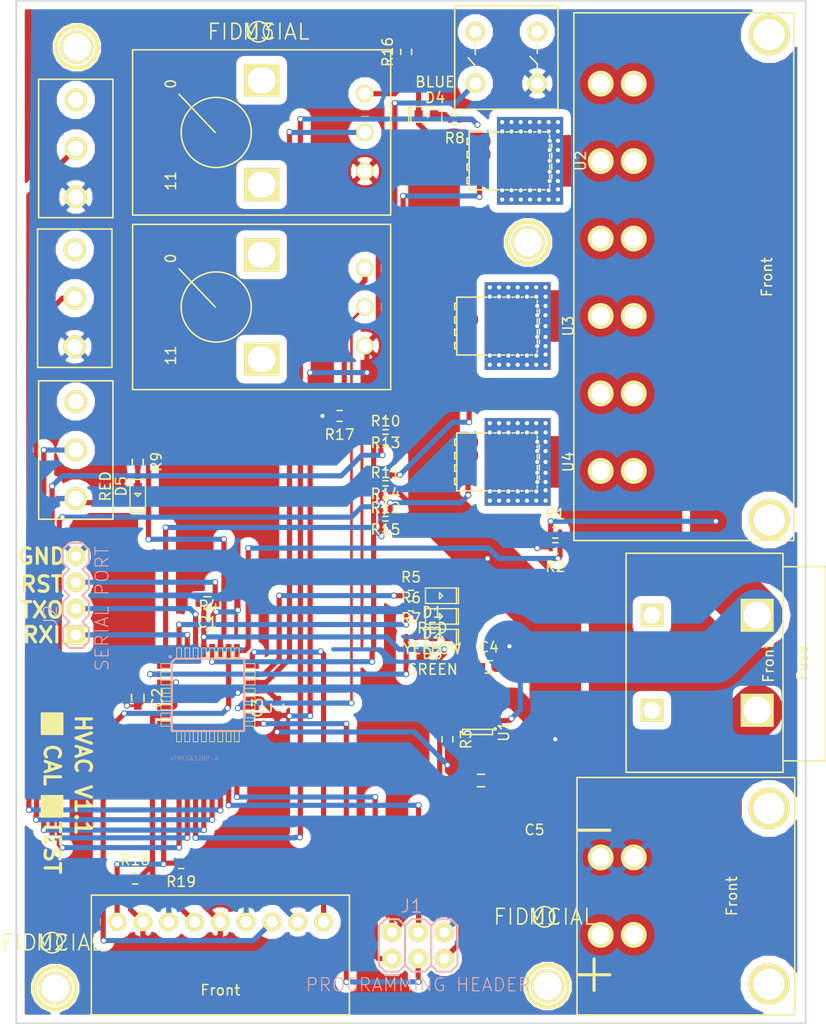
<source format=kicad_pcb>
(kicad_pcb (version 4) (host pcbnew 4.0.2+dfsg1-stable)
  (layers (0 F.Cu signal) (31 B.Cu signal) (34 B.Paste user) (35 F.Paste user) (36 B.SilkS user) (37 F.SilkS user) (38 B.Mask user) (39 F.Mask user) (44 Edge.Cuts user))
  (net 0 "")
  (net 1 GND)
  (net 2 BTN_TIMER)
  (net 3 "Net-(C1-Pad1)")
  (net 4 RST)
  (net 5 VCC)
  (net 6 +BATT)
  (net 7 "Net-(D1-PadANOD)")
  (net 8 "Net-(D2-PadANOD)")
  (net 9 "Net-(D3-PadANOD)")
  (net 10 "Net-(D4-PadANOD)")
  (net 11 "Net-(D5-PadANOD)")
  (net 12 "Net-(F1-Pad1)")
  (net 13 SIGNAL_SWAMP_FAN)
  (net 14 LED_G)
  (net 15 TEMP_OUTSIDE)
  (net 16 TEMP_INSIDE)
  (net 17 SIGNAL_VENT_FAN)
  (net 18 SIGNAL_PUMP)
  (net 19 LED_TIMER)
  (net 20 SW_SWAMP)
  (net 21 SW_VENT_OVERRIDE)
  (net 22 SW_AUTOVENT)
  (net 23 MOSI)
  (net 24 MISO)
  (net 25 SCK)
  (net 26 POT_VENT_SPEED)
  (net 27 POT_TEMP_DIFF)
  (net 28 LED_R)
  (net 29 AUX)
  (net 30 BATTERY_VOLTAGE_DIVIDER)
  (net 31 SW_WATER_LIMIT)
  (net 32 LED_WATER_LIMIT)
  (net 33 TXO)
  (net 34 RXI)
  (net 35 LED_Y)
  (net 36 OUT_PUMP)
  (net 37 OUT_VENT_FAN)
  (net 38 OUT_SWAMP_FAN)
  (net 39 "Net-(R3-Pad1)")
  (net 40 "Net-(R13-Pad1)")
  (net 41 "Net-(R14-Pad1)")
  (net 42 "Net-(R15-Pad1)")
  (net 43 "Net-(R16-Pad1)")
  (net 44 "Net-(R17-Pad1)")
  (net 45 "Net-(U1-Pad4)")
  (module Capacitors_SMD:C_0603 (layer F.Cu) (at 74.8 105.45 90)
    (fp_text reference C3 (at 0 -1.9 90) (layer F.SilkS))
    (fp_text value 0.1uF)
    (pad 1 smd rect (at -0.75 0 90) (size 0.8 0.75) (layers F.Cu F.Paste F.Mask) (net 5 VCC))
    (pad 2 smd rect (at 0.75 0 90) (size 0.8 0.75) (layers F.Cu F.Paste F.Mask) (net 1 GND))
  )
  (module Capacitors_SMD:C_0603 (layer F.Cu) (at 68.05 95.3 180)
    (fp_text reference C1 (at 0 -1.9 180) (layer F.SilkS))
    (fp_text value .1uF)
    (pad 1 smd rect (at -0.75 0 180) (size 0.8 0.75) (layers F.Cu F.Paste F.Mask) (net 3 "Net-(C1-Pad1)"))
    (pad 2 smd rect (at 0.75 0 180) (size 0.8 0.75) (layers F.Cu F.Paste F.Mask) (net 4 RST))
  )
  (module Capacitors_SMD:C_0603 (layer F.Cu) (at 61.3 104.5 270)
    (fp_text reference C2 (at 0 -1.9 270) (layer F.SilkS))
    (fp_text value 0.1uF)
    (pad 1 smd rect (at -0.75 0 270) (size 0.8 0.75) (layers F.Cu F.Paste F.Mask) (net 5 VCC))
    (pad 2 smd rect (at 0.75 0 270) (size 0.8 0.75) (layers F.Cu F.Paste F.Mask) (net 1 GND))
  )
  (module Capacitors_SMD:C_0603 (layer F.Cu) (at 95.3 101.5)
    (fp_text reference C4 (at 0 -1.9) (layer F.SilkS))
    (fp_text value 1.0uF)
    (pad 1 smd rect (at -0.75 0) (size 0.8 0.75) (layers F.Cu F.Paste F.Mask) (net 1 GND))
    (pad 2 smd rect (at 0.75 0) (size 0.8 0.75) (layers F.Cu F.Paste F.Mask) (net 6 +BATT))
  )
  (module Capacitors_SMD:C_0603 (layer F.Cu) (at 94.55 112.5)
    (fp_text reference C5 (at 5.18 4.78) (layer F.SilkS))
    (fp_text value 2.2uF)
    (pad 1 smd rect (at -0.75 0) (size 0.8 0.75) (layers F.Cu F.Paste F.Mask) (net 1 GND))
    (pad 2 smd rect (at 0.75 0) (size 0.8 0.75) (layers F.Cu F.Paste F.Mask) (net 5 VCC))
  )
  (module MF_LEDs:MF_LEDs-LED0603 (layer F.Cu) (at 90.670178 94.612208 180)
    (fp_text reference D1 (at 0.8382 -1.60782 180) (layer F.SilkS) (effects (font (size 1.016 1.016) (thickness 0.1524))))
    (fp_text value RED (at 0.8382 -3.13182 180) (layer F.SilkS) (effects (font (size 1.016 1.016) (thickness 0.1524))))
    (pad ANOD smd rect (at 0.7493 0 180) (size 0.79756 0.79756) (layers F.Cu F.Paste F.Mask) (net 7 "Net-(D1-PadANOD)"))
    (pad CATH smd rect (at -0.7493 0 180) (size 0.79756 0.79756) (layers F.Cu F.Paste F.Mask) (net 1 GND))
  )
  (module MF_LEDs:MF_LEDs-LED0603 (layer F.Cu) (at 90.670178 96.612208 180)
    (fp_text reference D2 (at 0.8382 -1.60782 180) (layer F.SilkS) (effects (font (size 1.016 1.016) (thickness 0.1524))))
    (fp_text value YELLOW (at 0.8382 -3.13182 180) (layer F.SilkS) (effects (font (size 1.016 1.016) (thickness 0.1524))))
    (pad ANOD smd rect (at 0.7493 0 180) (size 0.79756 0.79756) (layers F.Cu F.Paste F.Mask) (net 8 "Net-(D2-PadANOD)"))
    (pad CATH smd rect (at -0.7493 0 180) (size 0.79756 0.79756) (layers F.Cu F.Paste F.Mask) (net 1 GND))
  )
  (module MF_LEDs:MF_LEDs-LED0603 (layer F.Cu) (at 90.670178 98.612208 180)
    (fp_text reference D3 (at 0.8382 -1.60782 180) (layer F.SilkS) (effects (font (size 1.016 1.016) (thickness 0.1524))))
    (fp_text value GREEN (at 0.8382 -3.13182 180) (layer F.SilkS) (effects (font (size 1.016 1.016) (thickness 0.1524))))
    (pad ANOD smd rect (at 0.7493 0 180) (size 0.79756 0.79756) (layers F.Cu F.Paste F.Mask) (net 9 "Net-(D3-PadANOD)"))
    (pad CATH smd rect (at -0.7493 0 180) (size 0.79756 0.79756) (layers F.Cu F.Paste F.Mask) (net 1 GND))
  )
  (module MF_LEDs:MF_LEDs-LED0603 (layer F.Cu) (at 89.2507 48)
    (fp_text reference D4 (at 0.8382 -1.60782) (layer F.SilkS) (effects (font (size 1.016 1.016) (thickness 0.1524))))
    (fp_text value BLUE (at 0.8382 -3.13182) (layer F.SilkS) (effects (font (size 1.016 1.016) (thickness 0.1524))))
    (pad ANOD smd rect (at 0.7493 0) (size 0.79756 0.79756) (layers F.Cu F.Paste F.Mask) (net 10 "Net-(D4-PadANOD)"))
    (pad CATH smd rect (at -0.7493 0) (size 0.79756 0.79756) (layers F.Cu F.Paste F.Mask) (net 1 GND))
  )
  (module MF_LEDs:MF_LEDs-LED0603 (layer F.Cu) (at 61.3 84.8493 90)
    (fp_text reference D5 (at 0.8382 -1.60782 90) (layer F.SilkS) (effects (font (size 1.016 1.016) (thickness 0.1524))))
    (fp_text value RED (at 0.8382 -3.13182 90) (layer F.SilkS) (effects (font (size 1.016 1.016) (thickness 0.1524))))
    (pad ANOD smd rect (at 0.7493 0 90) (size 0.79756 0.79756) (layers F.Cu F.Paste F.Mask) (net 11 "Net-(D5-PadANOD)"))
    (pad CATH smd rect (at -0.7493 0 90) (size 0.79756 0.79756) (layers F.Cu F.Paste F.Mask) (net 1 GND))
  )
  (module homebrew:FUSE-3550-2 (layer F.Cu) (at 116.2 101.1 90)
    (fp_text reference F1)
    (fp_text value POWER_FUSE)
    (fp_text user Fuse (at 0 9.5 90) (layer F.SilkS))
    (fp_text user Front (at 0 6.2 90) (layer F.SilkS))
    (pad Snap thru_hole rect (at -4.6 -5.1 90) (size 2.2 2.2) (drill 1.64) (layers *.Cu *.Mask F.SilkS))
    (pad 1 thru_hole rect (at -4.6 5.1 90) (size 3.2 3.2) (drill 2.64) (layers *.Cu *.Mask F.SilkS) (net 12 "Net-(F1-Pad1)"))
    (pad 2 thru_hole rect (at 4.6 5.1 90) (size 3.2 3.2) (drill 2.64) (layers *.Cu *.Mask F.SilkS) (net 6 +BATT))
    (pad Snap thru_hole rect (at 4.6 -5.1 90) (size 2.2 2.2) (drill 1.64) (layers *.Cu *.Mask F.SilkS))
  )
  (module SparkFun-DigitalIC:TQFP32-08 (layer F.Cu) (at 68.10112 104.2074)
    (fp_text reference IC1 (at -2.159 -5.2832) (layer B.SilkS) (effects (font (size 0.4064 0.4064) (thickness 0.0254))))
    (fp_text value ATMEGA328P-A (at -1.3208 6.1468) (layer B.SilkS) (effects (font (size 0.4064 0.4064) (thickness 0.0254))))
    (pad 1 smd rect (at -4.2926 -2.79908) (size 1.27 0.5588) (layers F.Cu F.Paste F.Mask) (net 13 SIGNAL_SWAMP_FAN))
    (pad 2 smd rect (at -4.2926 -1.99898) (size 1.27 0.5588) (layers F.Cu F.Paste F.Mask) (net 14 LED_G))
    (pad 3 smd rect (at -4.2926 -1.19888) (size 1.27 0.5588) (layers F.Cu F.Paste F.Mask) (net 1 GND))
    (pad 4 smd rect (at -4.2926 -0.39878) (size 1.27 0.5588) (layers F.Cu F.Paste F.Mask) (net 5 VCC))
    (pad 5 smd rect (at -4.2926 0.39878) (size 1.27 0.5588) (layers F.Cu F.Paste F.Mask) (net 1 GND))
    (pad 6 smd rect (at -4.2926 1.19888) (size 1.27 0.5588) (layers F.Cu F.Paste F.Mask) (net 5 VCC))
    (pad 7 smd rect (at -4.2926 1.99898) (size 1.27 0.5588) (layers F.Cu F.Paste F.Mask) (net 15 TEMP_OUTSIDE))
    (pad 8 smd rect (at -4.2926 2.79908) (size 1.27 0.5588) (layers F.Cu F.Paste F.Mask) (net 16 TEMP_INSIDE))
    (pad 9 smd rect (at -2.79908 4.2926) (size 0.5588 1.27) (layers F.Cu F.Paste F.Mask) (net 17 SIGNAL_VENT_FAN))
    (pad 10 smd rect (at -1.99898 4.2926) (size 0.5588 1.27) (layers F.Cu F.Paste F.Mask) (net 18 SIGNAL_PUMP))
    (pad 11 smd rect (at -1.19888 4.2926) (size 0.5588 1.27) (layers F.Cu F.Paste F.Mask) (net 19 LED_TIMER))
    (pad 12 smd rect (at -0.39878 4.2926) (size 0.5588 1.27) (layers F.Cu F.Paste F.Mask) (net 20 SW_SWAMP))
    (pad 13 smd rect (at 0.39878 4.2926) (size 0.5588 1.27) (layers F.Cu F.Paste F.Mask) (net 21 SW_VENT_OVERRIDE))
    (pad 14 smd rect (at 1.19888 4.2926) (size 0.5588 1.27) (layers F.Cu F.Paste F.Mask) (net 22 SW_AUTOVENT))
    (pad 15 smd rect (at 1.99898 4.2926) (size 0.5588 1.27) (layers F.Cu F.Paste F.Mask) (net 23 MOSI))
    (pad 16 smd rect (at 2.79908 4.2926) (size 0.5588 1.27) (layers F.Cu F.Paste F.Mask) (net 24 MISO))
    (pad 17 smd rect (at 4.2926 2.79908) (size 1.27 0.5588) (layers F.Cu F.Paste F.Mask) (net 25 SCK))
    (pad 18 smd rect (at 4.2926 1.99898) (size 1.27 0.5588) (layers F.Cu F.Paste F.Mask) (net 5 VCC))
    (pad 19 smd rect (at 4.2926 1.19888) (size 1.27 0.5588) (layers F.Cu F.Paste F.Mask) (net 26 POT_VENT_SPEED))
    (pad 20 smd rect (at 4.2926 0.39878) (size 1.27 0.5588) (layers F.Cu F.Paste F.Mask) (net 5 VCC))
    (pad 21 smd rect (at 4.2926 -0.39878) (size 1.27 0.5588) (layers F.Cu F.Paste F.Mask) (net 1 GND))
    (pad 22 smd rect (at 4.2926 -1.19888) (size 1.27 0.5588) (layers F.Cu F.Paste F.Mask) (net 27 POT_TEMP_DIFF))
    (pad 23 smd rect (at 4.2926 -1.99898) (size 1.27 0.5588) (layers F.Cu F.Paste F.Mask) (net 28 LED_R))
    (pad 24 smd rect (at 4.2926 -2.79908) (size 1.27 0.5588) (layers F.Cu F.Paste F.Mask) (net 29 AUX))
    (pad 25 smd rect (at 2.79908 -4.2926) (size 0.5588 1.27) (layers F.Cu F.Paste F.Mask) (net 30 BATTERY_VOLTAGE_DIVIDER))
    (pad 26 smd rect (at 1.99898 -4.2926) (size 0.5588 1.27) (layers F.Cu F.Paste F.Mask) (net 31 SW_WATER_LIMIT))
    (pad 27 smd rect (at 1.19888 -4.2926) (size 0.5588 1.27) (layers F.Cu F.Paste F.Mask) (net 32 LED_WATER_LIMIT))
    (pad 28 smd rect (at 0.39878 -4.2926) (size 0.5588 1.27) (layers F.Cu F.Paste F.Mask) (net 2 BTN_TIMER))
    (pad 29 smd rect (at -0.39878 -4.2926) (size 0.5588 1.27) (layers F.Cu F.Paste F.Mask) (net 4 RST))
    (pad 30 smd rect (at -1.19888 -4.2926) (size 0.5588 1.27) (layers F.Cu F.Paste F.Mask) (net 33 TXO))
    (pad 31 smd rect (at -1.99898 -4.2926) (size 0.5588 1.27) (layers F.Cu F.Paste F.Mask) (net 34 RXI))
    (pad 32 smd rect (at -2.79908 -4.2926) (size 0.5588 1.27) (layers F.Cu F.Paste F.Mask) (net 35 LED_Y))
  )
  (module SparkFun-Connectors:2X3 (layer F.Cu) (at 85.92 129.74)
    (fp_text reference J1 (at 1.905 -5.08) (layer B.SilkS) (effects (font (size 1.27 1.27) (thickness 0.127))))
    (fp_text value "PROGRAMMING HEADER" (at 2.54 2.54) (layer B.SilkS) (effects (font (size 1.27 1.27) (thickness 0.1016))))
    (pad 1 thru_hole circle (at 0 0) (size 1.8796 3.7592) (drill 1.016) (layers *.Cu F.Paste F.SilkS F.Mask) (net 24 MISO))
    (pad 2 thru_hole circle (at 0 -2.54) (size 1.8796 3.7592) (drill 1.016) (layers *.Cu F.Paste F.SilkS F.Mask) (net 5 VCC))
    (pad 3 thru_hole circle (at 2.54 0) (size 1.8796 3.7592) (drill 1.016) (layers *.Cu F.Paste F.SilkS F.Mask) (net 25 SCK))
    (pad 4 thru_hole circle (at 2.54 -2.54) (size 1.8796 3.7592) (drill 1.016) (layers *.Cu F.Paste F.SilkS F.Mask) (net 23 MOSI))
    (pad 5 thru_hole circle (at 5.08 0) (size 1.8796 3.7592) (drill 1.016) (layers *.Cu F.Paste F.SilkS F.Mask) (net 4 RST))
    (pad 6 thru_hole circle (at 5.08 -2.54) (size 1.8796 3.7592) (drill 1.016) (layers *.Cu F.Paste F.SilkS F.Mask) (net 1 GND))
  )
  (module SparkFun-Connectors:1X04 (layer F.Cu) (at 55.3 98.4 90)
    (fp_text reference J2 (at 1.8288 -2.4638 90) (layer B.SilkS) (effects (font (size 1.27 1.27) (thickness 0.127))))
    (fp_text value "SERIAL PORT" (at 2.54 2.54 90) (layer B.SilkS) (effects (font (size 1.27 1.27) (thickness 0.1016))))
    (pad 1 thru_hole rect (at 0 0 90) (size 1.8796 1.8796) (drill 1.016) (layers *.Cu F.Paste F.SilkS F.Mask) (net 34 RXI))
    (pad 2 thru_hole circle (at 2.54 0 90) (size 1.8796 1.8796) (drill 1.016) (layers *.Cu F.Paste F.SilkS F.Mask) (net 33 TXO))
    (pad 3 thru_hole circle (at 5.08 0 90) (size 1.8796 1.8796) (drill 1.016) (layers *.Cu F.Paste F.SilkS F.Mask) (net 3 "Net-(C1-Pad1)"))
    (pad 4 thru_hole circle (at 7.62 0 90) (size 1.8796 1.8796) (drill 1.016) (layers *.Cu F.Paste F.SilkS F.Mask) (net 1 GND))
  )
  (module homebrew:1x2-RIGHT_ANGLE-43160-1102 (layer F.Cu) (at 109.344 123.708 90)
    (fp_text reference J3)
    (fp_text value POWER_INPUT)
    (fp_text user Front (at 0 9.5 90) (layer F.SilkS))
    (pad 1 thru_hole circle (at -3.74 0 90) (size 2.5 2.5) (drill 1.8) (layers *.Cu *.Mask F.SilkS) (net 12 "Net-(F1-Pad1)"))
    (pad 2 thru_hole circle (at 3.76 0 90) (size 2.5 2.5) (drill 1.8) (layers *.Cu *.Mask F.SilkS) (net 1 GND))
    (pad 1 thru_hole circle (at -3.74 -3.2 90) (size 2.5 2.5) (drill 1.8) (layers *.Cu *.Mask F.SilkS) (net 12 "Net-(F1-Pad1)"))
    (pad 2 thru_hole circle (at 3.76 -3.2 90) (size 2.5 2.5) (drill 1.8) (layers *.Cu *.Mask F.SilkS) (net 1 GND))
    (pad Snap thru_hole circle (at 8.5 13.1 90) (size 4 4) (drill 3) (layers *.Cu *.Mask F.SilkS))
    (pad Snap thru_hole circle (at -8.5 13.1 90) (size 4 4) (drill 3) (layers *.Cu *.Mask F.SilkS))
  )
  (module homebrew:1x6-RIGHT_ANGLE-43160-3106 (layer F.Cu) (at 109.344 63.764 90)
    (fp_text reference JP1)
    (fp_text value PINHD-1X6)
    (fp_text user Front (at 0 12.9 90) (layer F.SilkS))
    (pad Snap thru_hole circle (at 23.49 13.13 90) (size 4 4) (drill 3) (layers *.Cu *.Mask F.SilkS))
    (pad 6 thru_hole circle (at 18.74 -3.2 90) (size 2.5 2.5) (drill 1.8) (layers *.Cu *.Mask F.SilkS) (net 6 +BATT))
    (pad 5 thru_hole circle (at 11.24 -3.2 90) (size 2.5 2.5) (drill 1.8) (layers *.Cu *.Mask F.SilkS) (net 36 OUT_PUMP))
    (pad 4 thru_hole circle (at 3.74 -3.2 90) (size 2.5 2.5) (drill 1.8) (layers *.Cu *.Mask F.SilkS) (net 6 +BATT))
    (pad 3 thru_hole circle (at -3.76 -3.2 90) (size 2.5 2.5) (drill 1.8) (layers *.Cu *.Mask F.SilkS) (net 37 OUT_VENT_FAN))
    (pad 2 thru_hole circle (at -11.26 -3.2 90) (size 2.5 2.5) (drill 1.8) (layers *.Cu *.Mask F.SilkS) (net 6 +BATT))
    (pad 1 thru_hole circle (at -18.76 -3.2 90) (size 2.5 2.5) (drill 1.8) (layers *.Cu *.Mask F.SilkS) (net 38 OUT_SWAMP_FAN))
    (pad 1 thru_hole circle (at -18.76 0 90) (size 2.5 2.5) (drill 1.8) (layers *.Cu *.Mask F.SilkS) (net 38 OUT_SWAMP_FAN))
    (pad 2 thru_hole circle (at -11.26 0 90) (size 2.5 2.5) (drill 1.8) (layers *.Cu *.Mask F.SilkS) (net 6 +BATT))
    (pad 3 thru_hole circle (at -3.76 0 90) (size 2.5 2.5) (drill 1.8) (layers *.Cu *.Mask F.SilkS) (net 37 OUT_VENT_FAN))
    (pad 4 thru_hole circle (at 3.74 0 90) (size 2.5 2.5) (drill 1.8) (layers *.Cu *.Mask F.SilkS) (net 6 +BATT))
    (pad 5 thru_hole circle (at 11.24 0 90) (size 2.5 2.5) (drill 1.8) (layers *.Cu *.Mask F.SilkS) (net 36 OUT_PUMP))
    (pad 6 thru_hole circle (at 18.74 0 90) (size 2.5 2.5) (drill 1.8) (layers *.Cu *.Mask F.SilkS) (net 6 +BATT))
    (pad Snap thru_hole circle (at -23.51 13.13 90) (size 4 4) (drill 3) (layers *.Cu *.Mask F.SilkS))
  )
  (module homebrew:1x9-RIGHT_ANGLE-0534260910 (layer F.Cu) (at 69.3 126.2)
    (fp_text reference JP2)
    (fp_text value PINHD-1X9)
    (fp_text user Front (at 0 6.6) (layer F.SilkS))
    (pad 9 thru_hole circle (at 10 0) (size 1.8 1.8) (drill 1.1) (layers *.Cu *.Mask F.SilkS) (net 29 AUX))
    (pad 8 thru_hole circle (at 7.5 0) (size 1.8 1.8) (drill 1.1) (layers *.Cu *.Mask F.SilkS) (net 1 GND))
    (pad 1 thru_hole circle (at -10 0) (size 1.8 1.8) (drill 1.1) (layers *.Cu *.Mask F.SilkS) (net 16 TEMP_INSIDE))
    (pad 2 thru_hole circle (at -7.5 0) (size 1.8 1.8) (drill 1.1) (layers *.Cu *.Mask F.SilkS) (net 5 VCC))
    (pad 7 thru_hole circle (at 5 0) (size 1.8 1.8) (drill 1.1) (layers *.Cu *.Mask F.SilkS) (net 31 SW_WATER_LIMIT))
    (pad 3 thru_hole circle (at -5 0) (size 1.8 1.8) (drill 1.1) (layers *.Cu *.Mask F.SilkS) (net 1 GND))
    (pad 4 thru_hole circle (at -2.5 0) (size 1.8 1.8) (drill 1.1) (layers *.Cu *.Mask F.SilkS) (net 15 TEMP_OUTSIDE))
    (pad 6 thru_hole circle (at 2.5 0) (size 1.8 1.8) (drill 1.1) (layers *.Cu *.Mask F.SilkS) (net 1 GND))
    (pad 5 thru_hole circle (at 0 0) (size 1.8 1.8) (drill 1.1) (layers *.Cu *.Mask F.SilkS) (net 5 VCC))
  )
  (module Resistors_SMD:R_0402 (layer F.Cu) (at 101.75 88.5)
    (fp_text reference R1 (at 0 -1.8) (layer F.SilkS))
    (fp_text value 10k)
    (pad 1 smd rect (at -0.45 0) (size 0.4 0.6) (layers F.Cu F.Paste F.Mask) (net 6 +BATT))
    (pad 2 smd rect (at 0.45 0) (size 0.4 0.6) (layers F.Cu F.Paste F.Mask) (net 30 BATTERY_VOLTAGE_DIVIDER))
  )
  (module Resistors_SMD:R_0402 (layer F.Cu) (at 101.75 90 180)
    (fp_text reference R2 (at 0 -1.8 180) (layer F.SilkS))
    (fp_text value 4.7k)
    (pad 1 smd rect (at -0.45 0 180) (size 0.4 0.6) (layers F.Cu F.Paste F.Mask) (net 30 BATTERY_VOLTAGE_DIVIDER))
    (pad 2 smd rect (at 0.45 0 180) (size 0.4 0.6) (layers F.Cu F.Paste F.Mask) (net 1 GND))
  )
  (module Resistors_SMD:R_0402 (layer F.Cu) (at 91.3 108.5 270)
    (fp_text reference R3 (at 0 -1.8 270) (layer F.SilkS))
    (fp_text value 10k)
    (pad 1 smd rect (at -0.45 0 270) (size 0.4 0.6) (layers F.Cu F.Paste F.Mask) (net 39 "Net-(R3-Pad1)"))
    (pad 2 smd rect (at 0.45 0 270) (size 0.4 0.6) (layers F.Cu F.Paste F.Mask) (net 5 VCC))
  )
  (module Resistors_SMD:R_0402 (layer F.Cu) (at 68.15 97.4)
    (fp_text reference R4 (at 0 -1.8) (layer F.SilkS))
    (fp_text value 10k)
    (pad 1 smd rect (at -0.45 0) (size 0.4 0.6) (layers F.Cu F.Paste F.Mask) (net 4 RST))
    (pad 2 smd rect (at 0.45 0) (size 0.4 0.6) (layers F.Cu F.Paste F.Mask) (net 5 VCC))
  )
  (module Resistors_SMD:R_0402 (layer F.Cu) (at 87.769478 94.612208)
    (fp_text reference R5 (at 0 -1.8) (layer F.SilkS))
    (fp_text value 2.2k)
    (pad 1 smd rect (at -0.45 0) (size 0.4 0.6) (layers F.Cu F.Paste F.Mask) (net 28 LED_R))
    (pad 2 smd rect (at 0.45 0) (size 0.4 0.6) (layers F.Cu F.Paste F.Mask) (net 7 "Net-(D1-PadANOD)"))
  )
  (module Resistors_SMD:R_0402 (layer F.Cu) (at 87.769478 96.612208)
    (fp_text reference R6 (at 0 -1.8) (layer F.SilkS))
    (fp_text value 2.2k)
    (pad 1 smd rect (at -0.45 0) (size 0.4 0.6) (layers F.Cu F.Paste F.Mask) (net 35 LED_Y))
    (pad 2 smd rect (at 0.45 0) (size 0.4 0.6) (layers F.Cu F.Paste F.Mask) (net 8 "Net-(D2-PadANOD)"))
  )
  (module Resistors_SMD:R_0402 (layer F.Cu) (at 87.769478 98.612208)
    (fp_text reference R7 (at 0 -1.8) (layer F.SilkS))
    (fp_text value 2.2k)
    (pad 1 smd rect (at -0.45 0) (size 0.4 0.6) (layers F.Cu F.Paste F.Mask) (net 14 LED_G))
    (pad 2 smd rect (at 0.45 0) (size 0.4 0.6) (layers F.Cu F.Paste F.Mask) (net 9 "Net-(D3-PadANOD)"))
  )
  (module Resistors_SMD:R_0402 (layer F.Cu) (at 92 48.5 180)
    (fp_text reference R8 (at 0 -1.8 180) (layer F.SilkS))
    (fp_text value 3.3k)
    (pad 1 smd rect (at -0.45 0 180) (size 0.4 0.6) (layers F.Cu F.Paste F.Mask) (net 19 LED_TIMER))
    (pad 2 smd rect (at 0.45 0 180) (size 0.4 0.6) (layers F.Cu F.Paste F.Mask) (net 10 "Net-(D4-PadANOD)"))
  )
  (module Resistors_SMD:R_0402 (layer F.Cu) (at 61.3 81.65 270)
    (fp_text reference R9 (at 0 -1.8 270) (layer F.SilkS))
    (fp_text value 2.2k)
    (pad 1 smd rect (at -0.45 0 270) (size 0.4 0.6) (layers F.Cu F.Paste F.Mask) (net 32 LED_WATER_LIMIT))
    (pad 2 smd rect (at 0.45 0 270) (size 0.4 0.6) (layers F.Cu F.Paste F.Mask) (net 11 "Net-(D5-PadANOD)"))
  )
  (module Resistors_SMD:R_0402 (layer F.Cu) (at 85.3 79.5)
    (fp_text reference R10 (at 0 -1.8) (layer F.SilkS))
    (fp_text value 10k)
    (pad 1 smd rect (at -0.45 0) (size 0.4 0.6) (layers F.Cu F.Paste F.Mask) (net 18 SIGNAL_PUMP))
    (pad 2 smd rect (at 0.45 0) (size 0.4 0.6) (layers F.Cu F.Paste F.Mask) (net 1 GND))
  )
  (module Resistors_SMD:R_0402 (layer F.Cu) (at 85.3 84.5)
    (fp_text reference R11 (at 0 -1.8) (layer F.SilkS))
    (fp_text value 10k)
    (pad 1 smd rect (at -0.45 0) (size 0.4 0.6) (layers F.Cu F.Paste F.Mask) (net 17 SIGNAL_VENT_FAN))
    (pad 2 smd rect (at 0.45 0) (size 0.4 0.6) (layers F.Cu F.Paste F.Mask) (net 1 GND))
  )
  (module Resistors_SMD:R_0402 (layer F.Cu) (at 85.3 87.9)
    (fp_text reference R12 (at 0 -1.8) (layer F.SilkS))
    (fp_text value 10k)
    (pad 1 smd rect (at -0.45 0) (size 0.4 0.6) (layers F.Cu F.Paste F.Mask) (net 13 SIGNAL_SWAMP_FAN))
    (pad 2 smd rect (at 0.45 0) (size 0.4 0.6) (layers F.Cu F.Paste F.Mask) (net 1 GND))
  )
  (module Resistors_SMD:R_0402 (layer F.Cu) (at 85.3 78 180)
    (fp_text reference R13 (at 0 -1.8 180) (layer F.SilkS))
    (fp_text value 220)
    (pad 1 smd rect (at -0.45 0 180) (size 0.4 0.6) (layers F.Cu F.Paste F.Mask) (net 40 "Net-(R13-Pad1)"))
    (pad 2 smd rect (at 0.45 0 180) (size 0.4 0.6) (layers F.Cu F.Paste F.Mask) (net 18 SIGNAL_PUMP))
  )
  (module Resistors_SMD:R_0402 (layer F.Cu) (at 85.3 82.95 180)
    (fp_text reference R14 (at 0 -1.8 180) (layer F.SilkS))
    (fp_text value 220)
    (pad 1 smd rect (at -0.45 0 180) (size 0.4 0.6) (layers F.Cu F.Paste F.Mask) (net 41 "Net-(R14-Pad1)"))
    (pad 2 smd rect (at 0.45 0 180) (size 0.4 0.6) (layers F.Cu F.Paste F.Mask) (net 17 SIGNAL_VENT_FAN))
  )
  (module Resistors_SMD:R_0402 (layer F.Cu) (at 85.3 86.4 180)
    (fp_text reference R15 (at 0 -1.8 180) (layer F.SilkS))
    (fp_text value 220)
    (pad 1 smd rect (at -0.45 0 180) (size 0.4 0.6) (layers F.Cu F.Paste F.Mask) (net 42 "Net-(R15-Pad1)"))
    (pad 2 smd rect (at 0.45 0 180) (size 0.4 0.6) (layers F.Cu F.Paste F.Mask) (net 13 SIGNAL_SWAMP_FAN))
  )
  (module Resistors_SMD:R_0402 (layer F.Cu) (at 87.3 41.95 90)
    (fp_text reference R16 (at 0 -1.8 90) (layer F.SilkS))
    (fp_text value 1k)
    (pad 1 smd rect (at -0.45 0 90) (size 0.4 0.6) (layers F.Cu F.Paste F.Mask) (net 43 "Net-(R16-Pad1)"))
    (pad 2 smd rect (at 0.45 0 90) (size 0.4 0.6) (layers F.Cu F.Paste F.Mask) (net 1 GND))
  )
  (module Resistors_SMD:R_0402 (layer F.Cu) (at 80.85 77.2 180)
    (fp_text reference R17 (at 0 -1.8 180) (layer F.SilkS))
    (fp_text value 1k)
    (pad 1 smd rect (at -0.45 0 180) (size 0.4 0.6) (layers F.Cu F.Paste F.Mask) (net 44 "Net-(R17-Pad1)"))
    (pad 2 smd rect (at 0.45 0 180) (size 0.4 0.6) (layers F.Cu F.Paste F.Mask) (net 1 GND))
  )
  (module homebrew:PDB12-H4301-103BF (layer F.Cu) (at 83.3 66.65 90)
    (fp_text reference RV1)
    (fp_text value POT)
    (fp_text user 11 (at -4.7 -18.8 270) (layer F.SilkS))
    (fp_text user 0 (at 4.7 -18.8 270) (layer F.SilkS))
    (pad Snap thru_hole rect (at -5.05 -10 90) (size 3.2 3.4) (drill oval 2.5 2.7) (layers *.Cu *.Mask F.SilkS))
    (pad 2 thru_hole circle (at 0 0 90) (size 1.7 1.7) (drill 1.25) (layers *.Cu *.Mask F.SilkS) (net 26 POT_VENT_SPEED))
    (pad 3 thru_hole circle (at 3.75 0 90) (size 1.7 1.7) (drill 1.25) (layers *.Cu *.Mask F.SilkS) (net 44 "Net-(R17-Pad1)"))
    (pad 1 thru_hole circle (at -3.75 0 90) (size 1.7 1.7) (drill 1.25) (layers *.Cu *.Mask F.SilkS) (net 5 VCC))
    (pad Snap thru_hole rect (at 5.05 -10 90) (size 3.2 3.4) (drill oval 2.5 2.7) (layers *.Cu *.Mask F.SilkS))
  )
  (module homebrew:PDB12-H4301-103BF (layer F.Cu) (at 83.3 49.75 90)
    (fp_text reference RV2)
    (fp_text value POT)
    (fp_text user 11 (at -4.7 -18.8 270) (layer F.SilkS))
    (fp_text user 0 (at 4.7 -18.8 270) (layer F.SilkS))
    (pad Snap thru_hole rect (at -5.05 -10 90) (size 3.2 3.4) (drill oval 2.5 2.7) (layers *.Cu *.Mask F.SilkS))
    (pad 2 thru_hole circle (at 0 0 90) (size 1.7 1.7) (drill 1.25) (layers *.Cu *.Mask F.SilkS) (net 27 POT_TEMP_DIFF))
    (pad 3 thru_hole circle (at 3.75 0 90) (size 1.7 1.7) (drill 1.25) (layers *.Cu *.Mask F.SilkS) (net 43 "Net-(R16-Pad1)"))
    (pad 1 thru_hole circle (at -3.75 0 90) (size 1.7 1.7) (drill 1.25) (layers *.Cu *.Mask F.SilkS) (net 5 VCC))
    (pad Snap thru_hole rect (at 5.05 -10 90) (size 3.2 3.4) (drill oval 2.5 2.7) (layers *.Cu *.Mask F.SilkS))
  )
  (module TO_SOT_Packages_SMD:SOT-23-5 (layer F.Cu) (at 94.216 107.8 270)
    (fp_text reference U1 (at -0.05 -2.55 270) (layer F.SilkS))
    (fp_text value MIC5225)
    (pad 1 smd rect (at -1.1 -0.95 270) (size 1.06 0.65) (layers F.Cu F.Paste F.Mask) (net 6 +BATT))
    (pad 2 smd rect (at -1.1 0 270) (size 1.06 0.65) (layers F.Cu F.Paste F.Mask) (net 1 GND))
    (pad 3 smd rect (at -1.1 0.95 270) (size 1.06 0.65) (layers F.Cu F.Paste F.Mask) (net 39 "Net-(R3-Pad1)"))
    (pad 4 smd rect (at 1.1 0.95 270) (size 1.06 0.65) (layers F.Cu F.Paste F.Mask) (net 45 "Net-(U1-Pad4)"))
    (pad 5 smd rect (at 1.1 -0.95 270) (size 1.06 0.65) (layers F.Cu F.Paste F.Mask) (net 5 VCC))
  )
  (module TO_SOT_Packages_SMD:SOT-669_LFPAK_ThermalVias-1 (layer F.Cu) (at 97.3 52.5 270)
    (fp_text reference U2 (at 0 -6.9 270) (layer F.SilkS))
    (fp_text value MOSFET_N)
    (pad 5 thru_hole rect (at 1.05 -4.7 270) (size 1 1) (drill 0.4) (layers *.Cu) (net 36 OUT_PUMP))
    (pad 5 thru_hole rect (at 0 -4.7 270) (size 1.4 1) (drill 0.4) (layers *.Cu) (net 36 OUT_PUMP))
    (pad 5 thru_hole rect (at -2.85 -4.7 270) (size 1 1) (drill 0.4) (layers *.Cu) (net 36 OUT_PUMP))
    (pad 5 thru_hole rect (at -1.05 -4.7 270) (size 1 1) (drill 0.4) (layers *.Cu) (net 36 OUT_PUMP))
    (pad 5 thru_hole rect (at 1.95 -4.7 270) (size 1 1) (drill 0.4) (layers *.Cu) (net 36 OUT_PUMP))
    (pad 5 thru_hole rect (at -1.95 -4.7 270) (size 1 1) (drill 0.4) (layers *.Cu) (net 36 OUT_PUMP))
    (pad 5 thru_hole rect (at 2.75 -4.7 270) (size 1 1) (drill 0.4) (layers *.Cu) (net 36 OUT_PUMP))
    (pad 5 thru_hole rect (at -3.75 -4.7 270) (size 1 1) (drill 0.4) (layers *.Cu) (net 36 OUT_PUMP))
    (pad 5 thru_hole rect (at -3.75 -3.8 270) (size 1 1) (drill 0.4) (layers *.Cu) (net 36 OUT_PUMP))
    (pad 5 thru_hole rect (at -3.75 -2 270) (size 1 1) (drill 0.4) (layers *.Cu) (net 36 OUT_PUMP))
    (pad 5 thru_hole rect (at -3.75 -2.9 270) (size 1 1) (drill 0.4) (layers *.Cu) (net 36 OUT_PUMP))
    (pad 5 thru_hole rect (at -3.75 -0.2 270) (size 1 1) (drill 0.4) (layers *.Cu) (net 36 OUT_PUMP))
    (pad 5 thru_hole rect (at -3.75 0.7 270) (size 1 1) (drill 0.4) (layers *.Cu) (net 36 OUT_PUMP))
    (pad 5 thru_hole rect (at -3.75 -1.1 270) (size 1 1) (drill 0.4) (layers *.Cu) (net 36 OUT_PUMP))
    (pad 5 thru_hole rect (at 3.75 -4.7 270) (size 1 1) (drill 0.4) (layers *.Cu) (net 36 OUT_PUMP))
    (pad 5 thru_hole rect (at 3.75 -2.9 270) (size 1 1) (drill 0.4) (layers *.Cu) (net 36 OUT_PUMP))
    (pad 5 thru_hole rect (at 3.75 0.7 270) (size 1 1) (drill 0.4) (layers *.Cu) (net 36 OUT_PUMP))
    (pad 5 thru_hole rect (at 3.75 -1.1 270) (size 1 1) (drill 0.4) (layers *.Cu) (net 36 OUT_PUMP))
    (pad 5 thru_hole rect (at 3.75 -2 270) (size 1 1) (drill 0.4) (layers *.Cu) (net 36 OUT_PUMP))
    (pad 5 thru_hole rect (at 3.75 -0.2 270) (size 1 1) (drill 0.4) (layers *.Cu) (net 36 OUT_PUMP))
    (pad 5 thru_hole rect (at 3.75 -3.8 270) (size 1 1) (drill 0.4) (layers *.Cu) (net 36 OUT_PUMP))
    (pad 5 thru_hole rect (at 1.05 -3.9 270) (size 1 1) (drill 0.4) (layers *.Cu) (net 36 OUT_PUMP))
    (pad 5 thru_hole rect (at -1.05 -3.9 270) (size 1 1) (drill 0.4) (layers *.Cu) (net 36 OUT_PUMP))
    (pad 5 thru_hole rect (at 0 -3.9 270) (size 1.4 1) (drill 0.4) (layers *.Cu) (net 36 OUT_PUMP))
    (pad 5 thru_hole rect (at -1.95 -3.9 270) (size 1 1) (drill 0.4) (layers *.Cu) (net 36 OUT_PUMP))
    (pad 5 thru_hole rect (at -2.85 -2 270) (size 1 1) (drill 0.4) (layers *.Cu) (net 36 OUT_PUMP))
    (pad 5 thru_hole rect (at -2.85 -1.1 270) (size 1 1) (drill 0.4) (layers *.Cu) (net 36 OUT_PUMP))
    (pad 5 thru_hole rect (at -2.85 -0.2 270) (size 1 1) (drill 0.4) (layers *.Cu) (net 36 OUT_PUMP))
    (pad 5 thru_hole rect (at -2.85 -3.8 270) (size 1 1) (drill 0.4) (layers *.Cu) (net 36 OUT_PUMP))
    (pad 2 smd rect (at -0.635 2.825 270) (size 0.7 1.15) (layers F.Cu F.Paste F.Mask) (net 1 GND))
    (pad 1 smd rect (at -1.905 2.825 270) (size 0.7 1.15) (layers F.Cu F.Paste F.Mask) (net 1 GND))
    (pad 3 smd rect (at 0.635 2.825 270) (size 0.7 1.15) (layers F.Cu F.Paste F.Mask) (net 1 GND))
    (pad 5 smd rect (at 0 -2.65 270) (size 4.7 1.55) (layers F.Cu F.Mask) (net 36 OUT_PUMP))
    (pad 5 smd rect (at 0 -0.45 270) (size 4.2 3.3) (layers F.Cu F.Mask) (net 36 OUT_PUMP))
    (pad 4 smd rect (at 1.905 2.825 270) (size 0.7 1.15) (layers F.Cu F.Paste F.Mask) (net 40 "Net-(R13-Pad1)"))
    (pad 5 thru_hole rect (at 2.85 0.7 270) (size 1 1) (drill 0.4) (layers *.Cu) (net 36 OUT_PUMP))
    (pad 5 thru_hole rect (at 2.85 -0.2 270) (size 1 1) (drill 0.4) (layers *.Cu) (net 36 OUT_PUMP))
    (pad 5 thru_hole rect (at 2.85 -1.1 270) (size 1 1) (drill 0.4) (layers *.Cu) (net 36 OUT_PUMP))
    (pad 5 thru_hole rect (at 2.85 -2 270) (size 1 1) (drill 0.4) (layers *.Cu) (net 36 OUT_PUMP))
    (pad 5 thru_hole rect (at 2.85 -2.9 270) (size 1 1) (drill 0.4) (layers *.Cu) (net 36 OUT_PUMP))
    (pad 5 thru_hole rect (at 2.85 -3.8 270) (size 1 1) (drill 0.4) (layers *.Cu) (net 36 OUT_PUMP))
    (pad 5 thru_hole rect (at 1.95 -3.9 270) (size 1 1) (drill 0.4) (layers *.Cu) (net 36 OUT_PUMP))
    (pad 5 thru_hole rect (at -2.85 0.7 270) (size 1 1) (drill 0.4) (layers *.Cu) (net 36 OUT_PUMP))
    (pad 5 thru_hole rect (at -2.85 -2.9 270) (size 1 1) (drill 0.4) (layers *.Cu) (net 36 OUT_PUMP))
    (pad 5 smd rect (at 2.25 -1.75 270) (size 0.5 0.5) (layers F.Cu) (net 36 OUT_PUMP))
    (pad 5 smd rect (at -2.25 -1.75 270) (size 0.5 0.5) (layers F.Cu) (net 36 OUT_PUMP))
    (pad 5 smd rect (at 0 -2.65 270) (size 4.7 1.55) (layers B.Cu F.Mask) (net 36 OUT_PUMP))
    (pad 5 smd rect (at 0 -0.45 270) (size 4.2 3.3) (layers B.Cu F.Mask) (net 36 OUT_PUMP))
    (pad 5 smd rect (at 2.2 -0.45 270) (size 0.6 3.3) (layers F.Cu) (net 36 OUT_PUMP))
    (pad 5 smd rect (at -2.2 -0.45 270) (size 0.6 3.3) (layers F.Cu) (net 36 OUT_PUMP))
    (pad 5 smd rect (at -2.2 -0.45 270) (size 0.6 3.3) (layers B.Cu) (net 36 OUT_PUMP))
    (pad 5 smd rect (at 2.2 -0.45 270) (size 0.6 3.3) (layers B.Cu) (net 36 OUT_PUMP))
  )
  (module TO_SOT_Packages_SMD:SOT-669_LFPAK_ThermalVias-1 (layer F.Cu) (at 96.1 68.5 270)
    (fp_text reference U3 (at 0 -6.9 270) (layer F.SilkS))
    (fp_text value MOSFET_N)
    (pad 5 thru_hole rect (at 1.05 -4.7 270) (size 1 1) (drill 0.4) (layers *.Cu) (net 37 OUT_VENT_FAN))
    (pad 5 thru_hole rect (at 0 -4.7 270) (size 1.4 1) (drill 0.4) (layers *.Cu) (net 37 OUT_VENT_FAN))
    (pad 5 thru_hole rect (at -2.85 -4.7 270) (size 1 1) (drill 0.4) (layers *.Cu) (net 37 OUT_VENT_FAN))
    (pad 5 thru_hole rect (at -1.05 -4.7 270) (size 1 1) (drill 0.4) (layers *.Cu) (net 37 OUT_VENT_FAN))
    (pad 5 thru_hole rect (at 1.95 -4.7 270) (size 1 1) (drill 0.4) (layers *.Cu) (net 37 OUT_VENT_FAN))
    (pad 5 thru_hole rect (at -1.95 -4.7 270) (size 1 1) (drill 0.4) (layers *.Cu) (net 37 OUT_VENT_FAN))
    (pad 5 thru_hole rect (at 2.75 -4.7 270) (size 1 1) (drill 0.4) (layers *.Cu) (net 37 OUT_VENT_FAN))
    (pad 5 thru_hole rect (at -3.75 -4.7 270) (size 1 1) (drill 0.4) (layers *.Cu) (net 37 OUT_VENT_FAN))
    (pad 5 thru_hole rect (at -3.75 -3.8 270) (size 1 1) (drill 0.4) (layers *.Cu) (net 37 OUT_VENT_FAN))
    (pad 5 thru_hole rect (at -3.75 -2 270) (size 1 1) (drill 0.4) (layers *.Cu) (net 37 OUT_VENT_FAN))
    (pad 5 thru_hole rect (at -3.75 -2.9 270) (size 1 1) (drill 0.4) (layers *.Cu) (net 37 OUT_VENT_FAN))
    (pad 5 thru_hole rect (at -3.75 -0.2 270) (size 1 1) (drill 0.4) (layers *.Cu) (net 37 OUT_VENT_FAN))
    (pad 5 thru_hole rect (at -3.75 0.7 270) (size 1 1) (drill 0.4) (layers *.Cu) (net 37 OUT_VENT_FAN))
    (pad 5 thru_hole rect (at -3.75 -1.1 270) (size 1 1) (drill 0.4) (layers *.Cu) (net 37 OUT_VENT_FAN))
    (pad 5 thru_hole rect (at 3.75 -4.7 270) (size 1 1) (drill 0.4) (layers *.Cu) (net 37 OUT_VENT_FAN))
    (pad 5 thru_hole rect (at 3.75 -2.9 270) (size 1 1) (drill 0.4) (layers *.Cu) (net 37 OUT_VENT_FAN))
    (pad 5 thru_hole rect (at 3.75 0.7 270) (size 1 1) (drill 0.4) (layers *.Cu) (net 37 OUT_VENT_FAN))
    (pad 5 thru_hole rect (at 3.75 -1.1 270) (size 1 1) (drill 0.4) (layers *.Cu) (net 37 OUT_VENT_FAN))
    (pad 5 thru_hole rect (at 3.75 -2 270) (size 1 1) (drill 0.4) (layers *.Cu) (net 37 OUT_VENT_FAN))
    (pad 5 thru_hole rect (at 3.75 -0.2 270) (size 1 1) (drill 0.4) (layers *.Cu) (net 37 OUT_VENT_FAN))
    (pad 5 thru_hole rect (at 3.75 -3.8 270) (size 1 1) (drill 0.4) (layers *.Cu) (net 37 OUT_VENT_FAN))
    (pad 5 thru_hole rect (at 1.05 -3.9 270) (size 1 1) (drill 0.4) (layers *.Cu) (net 37 OUT_VENT_FAN))
    (pad 5 thru_hole rect (at -1.05 -3.9 270) (size 1 1) (drill 0.4) (layers *.Cu) (net 37 OUT_VENT_FAN))
    (pad 5 thru_hole rect (at 0 -3.9 270) (size 1.4 1) (drill 0.4) (layers *.Cu) (net 37 OUT_VENT_FAN))
    (pad 5 thru_hole rect (at -1.95 -3.9 270) (size 1 1) (drill 0.4) (layers *.Cu) (net 37 OUT_VENT_FAN))
    (pad 5 thru_hole rect (at -2.85 -2 270) (size 1 1) (drill 0.4) (layers *.Cu) (net 37 OUT_VENT_FAN))
    (pad 5 thru_hole rect (at -2.85 -1.1 270) (size 1 1) (drill 0.4) (layers *.Cu) (net 37 OUT_VENT_FAN))
    (pad 5 thru_hole rect (at -2.85 -0.2 270) (size 1 1) (drill 0.4) (layers *.Cu) (net 37 OUT_VENT_FAN))
    (pad 5 thru_hole rect (at -2.85 -3.8 270) (size 1 1) (drill 0.4) (layers *.Cu) (net 37 OUT_VENT_FAN))
    (pad 2 smd rect (at -0.635 2.825 270) (size 0.7 1.15) (layers F.Cu F.Paste F.Mask) (net 1 GND))
    (pad 1 smd rect (at -1.905 2.825 270) (size 0.7 1.15) (layers F.Cu F.Paste F.Mask) (net 1 GND))
    (pad 3 smd rect (at 0.635 2.825 270) (size 0.7 1.15) (layers F.Cu F.Paste F.Mask) (net 1 GND))
    (pad 5 smd rect (at 0 -2.65 270) (size 4.7 1.55) (layers F.Cu F.Mask) (net 37 OUT_VENT_FAN))
    (pad 5 smd rect (at 0 -0.45 270) (size 4.2 3.3) (layers F.Cu F.Mask) (net 37 OUT_VENT_FAN))
    (pad 4 smd rect (at 1.905 2.825 270) (size 0.7 1.15) (layers F.Cu F.Paste F.Mask) (net 41 "Net-(R14-Pad1)"))
    (pad 5 thru_hole rect (at 2.85 0.7 270) (size 1 1) (drill 0.4) (layers *.Cu) (net 37 OUT_VENT_FAN))
    (pad 5 thru_hole rect (at 2.85 -0.2 270) (size 1 1) (drill 0.4) (layers *.Cu) (net 37 OUT_VENT_FAN))
    (pad 5 thru_hole rect (at 2.85 -1.1 270) (size 1 1) (drill 0.4) (layers *.Cu) (net 37 OUT_VENT_FAN))
    (pad 5 thru_hole rect (at 2.85 -2 270) (size 1 1) (drill 0.4) (layers *.Cu) (net 37 OUT_VENT_FAN))
    (pad 5 thru_hole rect (at 2.85 -2.9 270) (size 1 1) (drill 0.4) (layers *.Cu) (net 37 OUT_VENT_FAN))
    (pad 5 thru_hole rect (at 2.85 -3.8 270) (size 1 1) (drill 0.4) (layers *.Cu) (net 37 OUT_VENT_FAN))
    (pad 5 thru_hole rect (at 1.95 -3.9 270) (size 1 1) (drill 0.4) (layers *.Cu) (net 37 OUT_VENT_FAN))
    (pad 5 thru_hole rect (at -2.85 0.7 270) (size 1 1) (drill 0.4) (layers *.Cu) (net 37 OUT_VENT_FAN))
    (pad 5 thru_hole rect (at -2.85 -2.9 270) (size 1 1) (drill 0.4) (layers *.Cu) (net 37 OUT_VENT_FAN))
    (pad 5 smd rect (at 2.25 -1.75 270) (size 0.5 0.5) (layers F.Cu) (net 37 OUT_VENT_FAN))
    (pad 5 smd rect (at -2.25 -1.75 270) (size 0.5 0.5) (layers F.Cu) (net 37 OUT_VENT_FAN))
    (pad 5 smd rect (at 0 -2.65 270) (size 4.7 1.55) (layers B.Cu F.Mask) (net 37 OUT_VENT_FAN))
    (pad 5 smd rect (at 0 -0.45 270) (size 4.2 3.3) (layers B.Cu F.Mask) (net 37 OUT_VENT_FAN))
    (pad 5 smd rect (at 2.2 -0.45 270) (size 0.6 3.3) (layers F.Cu) (net 37 OUT_VENT_FAN))
    (pad 5 smd rect (at -2.2 -0.45 270) (size 0.6 3.3) (layers F.Cu) (net 37 OUT_VENT_FAN))
    (pad 5 smd rect (at -2.2 -0.45 270) (size 0.6 3.3) (layers B.Cu) (net 37 OUT_VENT_FAN))
    (pad 5 smd rect (at 2.2 -0.45 270) (size 0.6 3.3) (layers B.Cu) (net 37 OUT_VENT_FAN))
  )
  (module TO_SOT_Packages_SMD:SOT-669_LFPAK_ThermalVias-1 (layer F.Cu) (at 96.1 81.65 270)
    (fp_text reference U4 (at 0 -6.9 270) (layer F.SilkS))
    (fp_text value MOSFET_N)
    (pad 5 thru_hole rect (at 1.05 -4.7 270) (size 1 1) (drill 0.4) (layers *.Cu) (net 38 OUT_SWAMP_FAN))
    (pad 5 thru_hole rect (at 0 -4.7 270) (size 1.4 1) (drill 0.4) (layers *.Cu) (net 38 OUT_SWAMP_FAN))
    (pad 5 thru_hole rect (at -2.85 -4.7 270) (size 1 1) (drill 0.4) (layers *.Cu) (net 38 OUT_SWAMP_FAN))
    (pad 5 thru_hole rect (at -1.05 -4.7 270) (size 1 1) (drill 0.4) (layers *.Cu) (net 38 OUT_SWAMP_FAN))
    (pad 5 thru_hole rect (at 1.95 -4.7 270) (size 1 1) (drill 0.4) (layers *.Cu) (net 38 OUT_SWAMP_FAN))
    (pad 5 thru_hole rect (at -1.95 -4.7 270) (size 1 1) (drill 0.4) (layers *.Cu) (net 38 OUT_SWAMP_FAN))
    (pad 5 thru_hole rect (at 2.75 -4.7 270) (size 1 1) (drill 0.4) (layers *.Cu) (net 38 OUT_SWAMP_FAN))
    (pad 5 thru_hole rect (at -3.75 -4.7 270) (size 1 1) (drill 0.4) (layers *.Cu) (net 38 OUT_SWAMP_FAN))
    (pad 5 thru_hole rect (at -3.75 -3.8 270) (size 1 1) (drill 0.4) (layers *.Cu) (net 38 OUT_SWAMP_FAN))
    (pad 5 thru_hole rect (at -3.75 -2 270) (size 1 1) (drill 0.4) (layers *.Cu) (net 38 OUT_SWAMP_FAN))
    (pad 5 thru_hole rect (at -3.75 -2.9 270) (size 1 1) (drill 0.4) (layers *.Cu) (net 38 OUT_SWAMP_FAN))
    (pad 5 thru_hole rect (at -3.75 -0.2 270) (size 1 1) (drill 0.4) (layers *.Cu) (net 38 OUT_SWAMP_FAN))
    (pad 5 thru_hole rect (at -3.75 0.7 270) (size 1 1) (drill 0.4) (layers *.Cu) (net 38 OUT_SWAMP_FAN))
    (pad 5 thru_hole rect (at -3.75 -1.1 270) (size 1 1) (drill 0.4) (layers *.Cu) (net 38 OUT_SWAMP_FAN))
    (pad 5 thru_hole rect (at 3.75 -4.7 270) (size 1 1) (drill 0.4) (layers *.Cu) (net 38 OUT_SWAMP_FAN))
    (pad 5 thru_hole rect (at 3.75 -2.9 270) (size 1 1) (drill 0.4) (layers *.Cu) (net 38 OUT_SWAMP_FAN))
    (pad 5 thru_hole rect (at 3.75 0.7 270) (size 1 1) (drill 0.4) (layers *.Cu) (net 38 OUT_SWAMP_FAN))
    (pad 5 thru_hole rect (at 3.75 -1.1 270) (size 1 1) (drill 0.4) (layers *.Cu) (net 38 OUT_SWAMP_FAN))
    (pad 5 thru_hole rect (at 3.75 -2 270) (size 1 1) (drill 0.4) (layers *.Cu) (net 38 OUT_SWAMP_FAN))
    (pad 5 thru_hole rect (at 3.75 -0.2 270) (size 1 1) (drill 0.4) (layers *.Cu) (net 38 OUT_SWAMP_FAN))
    (pad 5 thru_hole rect (at 3.75 -3.8 270) (size 1 1) (drill 0.4) (layers *.Cu) (net 38 OUT_SWAMP_FAN))
    (pad 5 thru_hole rect (at 1.05 -3.9 270) (size 1 1) (drill 0.4) (layers *.Cu) (net 38 OUT_SWAMP_FAN))
    (pad 5 thru_hole rect (at -1.05 -3.9 270) (size 1 1) (drill 0.4) (layers *.Cu) (net 38 OUT_SWAMP_FAN))
    (pad 5 thru_hole rect (at 0 -3.9 270) (size 1.4 1) (drill 0.4) (layers *.Cu) (net 38 OUT_SWAMP_FAN))
    (pad 5 thru_hole rect (at -1.95 -3.9 270) (size 1 1) (drill 0.4) (layers *.Cu) (net 38 OUT_SWAMP_FAN))
    (pad 5 thru_hole rect (at -2.85 -2 270) (size 1 1) (drill 0.4) (layers *.Cu) (net 38 OUT_SWAMP_FAN))
    (pad 5 thru_hole rect (at -2.85 -1.1 270) (size 1 1) (drill 0.4) (layers *.Cu) (net 38 OUT_SWAMP_FAN))
    (pad 5 thru_hole rect (at -2.85 -0.2 270) (size 1 1) (drill 0.4) (layers *.Cu) (net 38 OUT_SWAMP_FAN))
    (pad 5 thru_hole rect (at -2.85 -3.8 270) (size 1 1) (drill 0.4) (layers *.Cu) (net 38 OUT_SWAMP_FAN))
    (pad 2 smd rect (at -0.635 2.825 270) (size 0.7 1.15) (layers F.Cu F.Paste F.Mask) (net 1 GND))
    (pad 1 smd rect (at -1.905 2.825 270) (size 0.7 1.15) (layers F.Cu F.Paste F.Mask) (net 1 GND))
    (pad 3 smd rect (at 0.635 2.825 270) (size 0.7 1.15) (layers F.Cu F.Paste F.Mask) (net 1 GND))
    (pad 5 smd rect (at 0 -2.65 270) (size 4.7 1.55) (layers F.Cu F.Mask) (net 38 OUT_SWAMP_FAN))
    (pad 5 smd rect (at 0 -0.45 270) (size 4.2 3.3) (layers F.Cu F.Mask) (net 38 OUT_SWAMP_FAN))
    (pad 4 smd rect (at 1.905 2.825 270) (size 0.7 1.15) (layers F.Cu F.Paste F.Mask) (net 42 "Net-(R15-Pad1)"))
    (pad 5 thru_hole rect (at 2.85 0.7 270) (size 1 1) (drill 0.4) (layers *.Cu) (net 38 OUT_SWAMP_FAN))
    (pad 5 thru_hole rect (at 2.85 -0.2 270) (size 1 1) (drill 0.4) (layers *.Cu) (net 38 OUT_SWAMP_FAN))
    (pad 5 thru_hole rect (at 2.85 -1.1 270) (size 1 1) (drill 0.4) (layers *.Cu) (net 38 OUT_SWAMP_FAN))
    (pad 5 thru_hole rect (at 2.85 -2 270) (size 1 1) (drill 0.4) (layers *.Cu) (net 38 OUT_SWAMP_FAN))
    (pad 5 thru_hole rect (at 2.85 -2.9 270) (size 1 1) (drill 0.4) (layers *.Cu) (net 38 OUT_SWAMP_FAN))
    (pad 5 thru_hole rect (at 2.85 -3.8 270) (size 1 1) (drill 0.4) (layers *.Cu) (net 38 OUT_SWAMP_FAN))
    (pad 5 thru_hole rect (at 1.95 -3.9 270) (size 1 1) (drill 0.4) (layers *.Cu) (net 38 OUT_SWAMP_FAN))
    (pad 5 thru_hole rect (at -2.85 0.7 270) (size 1 1) (drill 0.4) (layers *.Cu) (net 38 OUT_SWAMP_FAN))
    (pad 5 thru_hole rect (at -2.85 -2.9 270) (size 1 1) (drill 0.4) (layers *.Cu) (net 38 OUT_SWAMP_FAN))
    (pad 5 smd rect (at 2.25 -1.75 270) (size 0.5 0.5) (layers F.Cu) (net 38 OUT_SWAMP_FAN))
    (pad 5 smd rect (at -2.25 -1.75 270) (size 0.5 0.5) (layers F.Cu) (net 38 OUT_SWAMP_FAN))
    (pad 5 smd rect (at 0 -2.65 270) (size 4.7 1.55) (layers B.Cu F.Mask) (net 38 OUT_SWAMP_FAN))
    (pad 5 smd rect (at 0 -0.45 270) (size 4.2 3.3) (layers B.Cu F.Mask) (net 38 OUT_SWAMP_FAN))
    (pad 5 smd rect (at 2.2 -0.45 270) (size 0.6 3.3) (layers F.Cu) (net 38 OUT_SWAMP_FAN))
    (pad 5 smd rect (at -2.2 -0.45 270) (size 0.6 3.3) (layers F.Cu) (net 38 OUT_SWAMP_FAN))
    (pad 5 smd rect (at -2.2 -0.45 270) (size 0.6 3.3) (layers B.Cu) (net 38 OUT_SWAMP_FAN))
    (pad 5 smd rect (at 2.2 -0.45 270) (size 0.6 3.3) (layers B.Cu) (net 38 OUT_SWAMP_FAN))
  )
  (module homebrew:hole-m2.5 (layer F.Cu) (at 55.4 41.5)
    (fp_text reference H1 (at 0 0.5) (layer F.SilkS))
    (fp_text value hole)
    (pad 1 thru_hole circle (at 0 0 270) (size 3.2 3.2) (drill 2.7) (layers *.Cu *.Mask F.SilkS))
  )
  (module homebrew:hole-m2.5 (layer F.Cu) (at 99.1 60.4)
    (fp_text reference H2 (at 0 0.5) (layer F.SilkS))
    (fp_text value hole)
    (pad 1 thru_hole circle (at 0 0 270) (size 3.2 3.2) (drill 2.7) (layers *.Cu *.Mask F.SilkS))
  )
  (module homebrew:hole-m2.5 (layer F.Cu) (at 53.3 132.6)
    (fp_text reference H3 (at 0 0.5) (layer F.SilkS))
    (fp_text value hole)
    (pad 1 thru_hole circle (at 0 0 270) (size 3.2 3.2) (drill 2.7) (layers *.Cu *.Mask F.SilkS))
  )
  (module homebrew:hole-m2.5 (layer F.Cu) (at 101 132.4)
    (fp_text reference H4 (at 0 0.5) (layer F.SilkS))
    (fp_text value hole)
    (pad 1 thru_hole circle (at 0 0 270) (size 3.2 3.2) (drill 2.7) (layers *.Cu *.Mask F.SilkS))
  )
  (module FIDUCIAL_1MM (layer F.Cu) (at 100.7 125.7)
    (fp_text reference M1 (at 0 0) (layer F.SilkS))
    (fp_text value FIDUCIAL (at 0 0) (layer F.SilkS))
    (pad 1 smd circle (at 0 0) (size 0.99822 0.99822) (layers F.Cu F.Paste F.Mask))
  )
  (module FIDUCIAL_1MM (layer F.Cu) (at 53 128.2)
    (fp_text reference M2 (at 0 0) (layer F.SilkS))
    (fp_text value FIDUCIAL (at 0 0) (layer F.SilkS))
    (pad 1 smd circle (at 0 0) (size 0.99822 0.99822) (layers F.Cu F.Paste F.Mask))
  )
  (module FIDUCIAL_1MM (layer F.Cu) (at 73 40)
    (fp_text reference M3 (at 0 0) (layer F.SilkS))
    (fp_text value FIDUCIAL (at 0 0) (layer F.SilkS))
    (pad 1 smd circle (at 0 0) (size 0.99822 0.99822) (layers F.Cu F.Paste F.Mask))
  )
  (module homebrew:EG2355-ND (layer F.Cu) (at 55.3 51.3 90)
    (fp_text reference SW3)
    (fp_text value SPST)
    (pad 1 thru_hole circle (at -4.7 0 90) (size 2.2 2.2) (drill 1.5) (layers *.Cu *.Mask F.SilkS) (net 1 GND))
    (pad 3 thru_hole circle (at 4.7 0 90) (size 2.2 2.2) (drill 1.5) (layers *.Cu *.Mask F.SilkS))
    (pad 2 thru_hole circle (at 0 0 90) (size 2.2 2.2) (drill 1.5) (layers *.Cu *.Mask F.SilkS) (net 22 SW_AUTOVENT))
  )
  (module homebrew:EG2355-ND (layer F.Cu) (at 55.2 65.8 90)
    (fp_text reference SW2)
    (fp_text value SPST)
    (pad 1 thru_hole circle (at -4.7 0 90) (size 2.2 2.2) (drill 1.5) (layers *.Cu *.Mask F.SilkS) (net 1 GND))
    (pad 3 thru_hole circle (at 4.7 0 90) (size 2.2 2.2) (drill 1.5) (layers *.Cu *.Mask F.SilkS))
    (pad 2 thru_hole circle (at 0 0 90) (size 2.2 2.2) (drill 1.5) (layers *.Cu *.Mask F.SilkS) (net 21 SW_VENT_OVERRIDE))
  )
  (module homebrew:EG2355-ND (layer F.Cu) (at 55.3 80.5 90)
    (fp_text reference SW1)
    (fp_text value SPST)
    (pad 1 thru_hole circle (at -4.7 0 90) (size 2.2 2.2) (drill 1.5) (layers *.Cu *.Mask F.SilkS) (net 1 GND))
    (pad 3 thru_hole circle (at 4.7 0 90) (size 2.2 2.2) (drill 1.5) (layers *.Cu *.Mask F.SilkS))
    (pad 2 thru_hole circle (at 0 0 90) (size 2.2 2.2) (drill 1.5) (layers *.Cu *.Mask F.SilkS) (net 20 SW_SWAMP))
  )
  (module Resistors_SMD:R_0402 (layer F.Cu) (at 61.05 122)
    (fp_text reference R18 (at 0 -1.8) (layer F.SilkS))
    (fp_text value 4.7k)
    (pad 1 smd rect (at -0.45 0) (size 0.4 0.6) (layers F.Cu F.Paste F.Mask) (net 5 VCC))
    (pad 2 smd rect (at 0.45 0) (size 0.4 0.6) (layers F.Cu F.Paste F.Mask) (net 15 TEMP_OUTSIDE))
  )
  (module Resistors_SMD:R_0402 (layer F.Cu) (at 65.5 120.5 180)
    (fp_text reference R19 (at 0 -1.8 180) (layer F.SilkS))
    (fp_text value 4.7k)
    (pad 1 smd rect (at -0.45 0 180) (size 0.4 0.6) (layers F.Cu F.Paste F.Mask) (net 5 VCC))
    (pad 2 smd rect (at 0.45 0 180) (size 0.4 0.6) (layers F.Cu F.Paste F.Mask) (net 16 TEMP_INSIDE))
  )
  (module homebrew:PVA1-OA-H2 (layer F.Cu) (at 97 42.5 180)
    (fp_text reference BTN1)
    (fp_text value SPST)
    (pad 3 thru_hole circle (at -3 2.5 180) (size 1.9 1.9) (drill 1.2) (layers *.Cu *.Mask F.SilkS))
    (pad 1 thru_hole circle (at -3 -2.5 180) (size 1.9 1.9) (drill 1.2) (layers *.Cu *.Mask F.SilkS) (net 1 GND))
    (pad 2 thru_hole circle (at 3 -2.5 180) (size 1.9 1.9) (drill 1.2) (layers *.Cu *.Mask F.SilkS) (net 2 BTN_TIMER))
    (pad 4 thru_hole circle (at 3 2.5 180) (size 1.9 1.9) (drill 1.2) (layers *.Cu *.Mask F.SilkS))
  )
  (gr_text - (at 105.5 117) (layer F.SilkS) (effects (font (size 4 4) (thickness 0.3))))
  (gr_text + (at 105.5 131) (layer F.SilkS) (effects (font (size 4 4) (thickness 0.3))))
  (gr_text RST (at 52 93.5) (layer F.SilkS) (effects (font (size 1.5 1.5) (thickness 0.3))))
  (gr_text RXI (at 52 98.4) (layer F.SilkS) (effects (font (size 1.5 1.5) (thickness 0.3))))
  (gr_text TXO (at 52 96) (layer F.SilkS) (effects (font (size 1.5 1.5) (thickness 0.3))))
  (gr_text GND (at 52 90.8) (layer F.SilkS) (effects (font (size 1.5 1.5) (thickness 0.3))))
  (gr_text TEST (at 53 119 270) (layer F.SilkS) (effects (font (size 1.5 1.5) (thickness 0.3))))
  (gr_text CAL (at 53 111 270) (layer F.SilkS) (effects (font (size 1.5 1.5) (thickness 0.3))))
  (gr_line (start 52 116) (end 52 114) (layer F.SilkS) (width 0.2))
  (gr_line (start 54 116) (end 52 116) (layer F.SilkS) (width 0.2))
  (gr_line (start 54 114) (end 54 116) (layer F.SilkS) (width 0.2))
  (gr_line (start 52 114) (end 54 114) (layer F.SilkS) (width 0.2))
  (gr_line (start 52 106) (end 53 106) (layer F.SilkS) (width 0.2))
  (gr_line (start 52 108) (end 52 106) (layer F.SilkS) (width 0.2))
  (gr_line (start 54 108) (end 52 108) (layer F.SilkS) (width 0.2))
  (gr_line (start 54 106) (end 54 108) (layer F.SilkS) (width 0.2))
  (gr_line (start 53 106) (end 54 106) (layer F.SilkS) (width 0.2))
  (gr_text "HVAC V1.1" (at 56 112 270) (layer F.SilkS) (effects (font (size 1.5 1.5) (thickness 0.3))))
  (gr_line (start 49.53 136) (end 49.53 37) (angle 90) (layer Edge.Cuts) (width 0.15))
  (gr_line (start 126 136) (end 49.53 136) (angle 90) (layer Edge.Cuts) (width 0.15))
  (gr_line (start 126 37) (end 126 136) (angle 90) (layer Edge.Cuts) (width 0.15))
  (gr_line (start 49.5 37) (end 125.97 37) (angle 90) (layer Edge.Cuts) (width 0.15))
  (segment (start 88.5014 48) (end 88.5014 48.89878) (width 0.5) (layer F.Cu) (net 1))
  (segment (start 88.5014 48.89878) (end 90.79762 51.195) (width 0.5) (layer F.Cu) (net 1))
  (segment (start 90.79762 51.195) (end 91.3 51.195) (width 0.5) (layer F.Cu) (net 1))
  (segment (start 55.3 85.2) (end 53.744366 85.2) (width 0.5) (layer B.Cu) (net 1))
  (segment (start 53.744366 85.2) (end 53.444366 85.5) (width 0.5) (layer B.Cu) (net 1))
  (segment (start 55.3 90.78) (end 56.239799 89.840201) (width 0.5) (layer B.Cu) (net 1))
  (segment (start 56.239799 89.840201) (end 56.659799 89.840201) (width 0.5) (layer B.Cu) (net 1))
  (segment (start 88.5014 48) (end 88.5014 41.9014) (width 0.5) (layer F.Cu) (net 1))
  (segment (start 88.5014 41.9014) (end 88.1 41.5) (width 0.5) (layer F.Cu) (net 1))
  (segment (start 88.1 41.5) (end 87.3 41.5) (width 0.5) (layer F.Cu) (net 1))
  (segment (start 72.39372 103.80862) (end 71.19138 103.80862) (width 0.5) (layer F.Cu) (net 1))
  (segment (start 71.19138 103.80862) (end 71 104) (width 0.5) (layer F.Cu) (net 1))
  (via (at 71 104) (size 0.6) (drill 0.4) (layers F.Cu B.Cu) (net 1))
  (segment (start 64.3 126.2) (end 64.3 123.8) (width 0.5) (layer B.Cu) (net 1))
  (segment (start 71.8 124.2) (end 74.8 124.2) (width 0.5) (layer B.Cu) (net 1))
  (segment (start 74.8 124.2) (end 76.8 126.2) (width 0.5) (layer B.Cu) (net 1))
  (segment (start 71.8 126.2) (end 71.8 124.2) (width 0.5) (layer B.Cu) (net 1))
  (segment (start 65 103) (end 65 103.5) (width 0.5) (layer B.Cu) (net 1))
  (segment (start 60.25 105.25) (end 60.25 104.25) (width 0.5) (layer B.Cu) (net 1))
  (segment (start 89.999999 72.915001) (end 89.999999 69) (width 5) (layer F.Cu) (net 1))
  (segment (start 89.999999 69) (end 89.999999 53.765001) (width 5) (layer F.Cu) (net 1))
  (segment (start 93.275 69.135) (end 90.134999 69.135) (width 0.25) (layer F.Cu) (net 1))
  (segment (start 90.134999 69.135) (end 89.999999 69) (width 0.25) (layer F.Cu) (net 1))
  (segment (start 97.2 93.014998) (end 95.185002 91) (width 5) (layer F.Cu) (net 1))
  (segment (start 95.185002 91) (end 89.999999 85.814997) (width 5) (layer F.Cu) (net 1))
  (segment (start 101.748 97.562998) (end 95.185002 91) (width 0.25) (layer F.Cu) (net 1))
  (via (at 95.185002 91) (size 0.6) (drill 0.4) (layers F.Cu B.Cu) (net 1))
  (via (at 101.748 108.5) (size 0.6) (drill 0.4) (layers F.Cu B.Cu) (net 1))
  (segment (start 100 90) (end 100 89) (width 0.25) (layer B.Cu) (net 1))
  (via (at 79.2 77.2) (size 0.6) (drill 0.4) (layers F.Cu B.Cu) (net 1))
  (segment (start 80.4 77.2) (end 79.2 77.2) (width 0.25) (layer F.Cu) (net 1))
  (via (at 100 90) (size 0.6) (drill 0.4) (layers F.Cu B.Cu) (net 1))
  (segment (start 101.3 90) (end 100 90) (width 0.25) (layer F.Cu) (net 1))
  (segment (start 60 105) (end 60.25 105.25) (width 0.25) (layer B.Cu) (net 1))
  (via (at 60.25 105.25) (size 0.6) (drill 0.4) (layers F.Cu B.Cu) (net 1))
  (segment (start 61.3 105.25) (end 60.25 105.25) (width 0.25) (layer F.Cu) (net 1))
  (segment (start 65 103) (end 65 104) (width 0.25) (layer B.Cu) (net 1))
  (segment (start 64.99148 103.00852) (end 65 103) (width 0.25) (layer F.Cu) (net 1))
  (via (at 65 103) (size 0.6) (drill 0.4) (layers F.Cu B.Cu) (net 1))
  (segment (start 63.80852 103.00852) (end 64.99148 103.00852) (width 0.25) (layer F.Cu) (net 1))
  (segment (start 72.39372 103.80862) (end 73.90862 103.80862) (width 0.5) (layer F.Cu) (net 1))
  (segment (start 73.90862 103.80862) (end 74.8 104.7) (width 0.5) (layer F.Cu) (net 1))
  (segment (start 63.80852 104.60618) (end 61.94382 104.60618) (width 0.5) (layer F.Cu) (net 1))
  (segment (start 61.94382 104.60618) (end 61.3 105.25) (width 0.5) (layer F.Cu) (net 1))
  (segment (start 61.3 85.5986) (end 55.6986 85.5986) (width 0.5) (layer F.Cu) (net 1))
  (segment (start 55.6986 85.5986) (end 55.3 85.2) (width 0.5) (layer F.Cu) (net 1))
  (segment (start 89.999999 84.5) (end 89.999999 82.8) (width 5) (layer F.Cu) (net 1))
  (segment (start 89.999999 82.8) (end 89.999999 80.915001) (width 5) (layer F.Cu) (net 1))
  (segment (start 85.75 79.5) (end 86.45 79.5) (width 0.5) (layer F.Cu) (net 1))
  (segment (start 86.45 79.5) (end 89.75 82.8) (width 0.5) (layer F.Cu) (net 1))
  (segment (start 89.75 82.8) (end 89.999999 82.8) (width 0.5) (layer F.Cu) (net 1))
  (segment (start 85.75 84.5) (end 86.45 84.5) (width 0.5) (layer F.Cu) (net 1))
  (segment (start 86.45 84.5) (end 87.764997 85.814997) (width 0.5) (layer F.Cu) (net 1))
  (segment (start 87.764997 85.814997) (end 89.999999 85.814997) (width 0.5) (layer F.Cu) (net 1))
  (segment (start 89.999999 80.314999) (end 89.999999 79.5) (width 5) (layer F.Cu) (net 1))
  (segment (start 89.999999 79.5) (end 89.999999 72.915001) (width 5) (layer F.Cu) (net 1))
  (segment (start 85.75 87.9) (end 86.45 87.9) (width 0.5) (layer F.Cu) (net 1))
  (segment (start 86.45 87.9) (end 89.85 84.5) (width 0.5) (layer F.Cu) (net 1))
  (segment (start 89.85 84.5) (end 89.999999 84.5) (width 0.5) (layer F.Cu) (net 1))
  (segment (start 89.314996 86.5) (end 89.999999 85.814997) (width 0.5) (layer F.Cu) (net 1))
  (segment (start 89.999999 85.814997) (end 89.999999 84.5) (width 5) (layer F.Cu) (net 1))
  (segment (start 91.419478 94.612208) (end 92.318258 94.612208) (width 0.5) (layer F.Cu) (net 1))
  (segment (start 92.318258 94.612208) (end 93.915468 93.014998) (width 0.5) (layer F.Cu) (net 1))
  (segment (start 93.915468 93.014998) (end 97.2 93.014998) (width 0.5) (layer F.Cu) (net 1))
  (segment (start 91.419478 96.612208) (end 92.318258 96.612208) (width 0.5) (layer F.Cu) (net 1))
  (segment (start 92.318258 96.612208) (end 95.915468 93.014998) (width 0.5) (layer F.Cu) (net 1))
  (segment (start 95.915468 93.014998) (end 97.2 93.014998) (width 0.5) (layer F.Cu) (net 1))
  (segment (start 101.748 97.562998) (end 97.2 93.014998) (width 5) (layer F.Cu) (net 1))
  (segment (start 91.419478 98.612208) (end 92.318258 98.612208) (width 0.5) (layer F.Cu) (net 1))
  (segment (start 92.318258 98.612208) (end 97.2 93.730466) (width 0.5) (layer F.Cu) (net 1))
  (segment (start 97.2 93.730466) (end 97.2 93.014998) (width 0.5) (layer F.Cu) (net 1))
  (segment (start 74.8 104.675) (end 74.8 104.7) (width 0.25) (layer F.Cu) (net 1))
  (segment (start 101.748 108.5) (end 101.748 115.552) (width 5) (layer F.Cu) (net 1))
  (segment (start 101.748 115.552) (end 106.144 119.948) (width 5) (layer F.Cu) (net 1))
  (segment (start 94.216 104.5) (end 94.216 105.92) (width 0.25) (layer F.Cu) (net 1))
  (segment (start 94.216 102.459) (end 94.216 104.5) (width 0.25) (layer F.Cu) (net 1))
  (segment (start 101.748 108.5) (end 101.748 97.562998) (width 5) (layer F.Cu) (net 1))
  (segment (start 94.216 104.5) (end 97.748 104.5) (width 2) (layer F.Cu) (net 1))
  (segment (start 97.748 104.5) (end 101.748 108.5) (width 2) (layer F.Cu) (net 1))
  (segment (start 93.8 112.5) (end 93.8 111.875) (width 0.25) (layer F.Cu) (net 1))
  (segment (start 93.8 111.875) (end 94.216 111.459) (width 0.25) (layer F.Cu) (net 1))
  (segment (start 94.216 111.459) (end 94.216 107.48) (width 0.25) (layer F.Cu) (net 1))
  (segment (start 94.216 107.48) (end 94.216 106.7) (width 0.25) (layer F.Cu) (net 1))
  (segment (start 94.55 101.5) (end 94.55 102.125) (width 0.25) (layer F.Cu) (net 1))
  (segment (start 94.55 102.125) (end 94.216 102.459) (width 0.25) (layer F.Cu) (net 1))
  (segment (start 94.216 105.92) (end 94.216 106.7) (width 0.25) (layer F.Cu) (net 1))
  (segment (start 89.999999 80.915001) (end 90.3 80.615) (width 5) (layer F.Cu) (net 1))
  (segment (start 90.7 81.015) (end 90.3 80.615) (width 5) (layer F.Cu) (net 1))
  (segment (start 89.999999 53.765001) (end 91.9 51.865) (width 5) (layer F.Cu) (net 1))
  (segment (start 93.275 79.745) (end 90.545 79.745) (width 2) (layer F.Cu) (net 1))
  (segment (start 90.545 79.745) (end 90.3 79.5) (width 2) (layer F.Cu) (net 1))
  (segment (start 93.275 81.015) (end 90.7 81.015) (width 2) (layer F.Cu) (net 1))
  (segment (start 90.3 80.615) (end 90.3 79.5) (width 2) (layer F.Cu) (net 1))
  (segment (start 90.3 80.885) (end 90.3 79.5) (width 1) (layer F.Cu) (net 1))
  (segment (start 93.275 82.285) (end 91.7 82.285) (width 1) (layer F.Cu) (net 1))
  (segment (start 91.7 82.285) (end 90.3 80.885) (width 1) (layer F.Cu) (net 1))
  (segment (start 93.275 82.285) (end 93.275 79.745) (width 1) (layer F.Cu) (net 1))
  (segment (start 93.275 67.865) (end 90.7 67.865) (width 2) (layer F.Cu) (net 1))
  (segment (start 90.7 67.865) (end 90.3 67.465) (width 2) (layer F.Cu) (net 1))
  (segment (start 93.275 69.135) (end 92.665 69.135) (width 1) (layer F.Cu) (net 1))
  (segment (start 92.665 69.135) (end 91.205 67.675) (width 1) (layer F.Cu) (net 1))
  (segment (start 91.205 67.675) (end 91.205 66.595) (width 1) (layer F.Cu) (net 1))
  (segment (start 93.275 66.595) (end 91.205 66.595) (width 1) (layer F.Cu) (net 1))
  (segment (start 94.475 53.135) (end 92.9 53.135) (width 1) (layer F.Cu) (net 1))
  (segment (start 92.9 53.135) (end 91.9 52.135) (width 1) (layer F.Cu) (net 1))
  (segment (start 91.9 52.135) (end 91.9 51.865) (width 1) (layer F.Cu) (net 1))
  (segment (start 94.475 53.135) (end 94.475 50.595) (width 1) (layer F.Cu) (net 1))
  (segment (start 91.3 51.195) (end 91.3 51.265) (width 2) (layer F.Cu) (net 1))
  (segment (start 91.3 51.265) (end 91.9 51.865) (width 2) (layer F.Cu) (net 1))
  (segment (start 91.9 51.865) (end 94.475 51.865) (width 2) (layer F.Cu) (net 1))
  (segment (start 94.475 50.595) (end 91.9 50.595) (width 2) (layer F.Cu) (net 1))
  (segment (start 91.9 50.595) (end 91.3 51.195) (width 2) (layer F.Cu) (net 1))
  (segment (start 109.344 119.948) (end 106.144 119.948) (width 5) (layer F.Cu) (net 1))
  (segment (start 86.2 46.9) (end 92.1 46.9) (width 0.5) (layer B.Cu) (net 2))
  (segment (start 92.1 46.9) (end 94 45) (width 0.5) (layer B.Cu) (net 2))
  (segment (start 84 101) (end 84 99.99998) (width 0.5) (layer F.Cu) (net 2))
  (segment (start 84 99.99998) (end 84.14999 99.84999) (width 0.5) (layer F.Cu) (net 2))
  (segment (start 68.5 101) (end 84 101) (width 0.5) (layer B.Cu) (net 2))
  (via (at 84 101) (size 0.6) (drill 0.4) (layers F.Cu B.Cu) (net 2))
  (segment (start 68.4999 99.9148) (end 68.4999 100.9999) (width 0.5) (layer F.Cu) (net 2))
  (segment (start 68.4999 100.9999) (end 68.5 101) (width 0.5) (layer F.Cu) (net 2))
  (via (at 68.5 101) (size 0.6) (drill 0.4) (layers F.Cu B.Cu) (net 2))
  (segment (start 86.2 46.9) (end 86.2 75.339998) (width 0.5) (layer F.Cu) (net 2))
  (segment (start 86.2 75.339998) (end 84.14999 77.390008) (width 0.5) (layer F.Cu) (net 2))
  (segment (start 84.14999 77.390008) (end 84.14999 99.84999) (width 0.5) (layer F.Cu) (net 2))
  (via (at 86.2 46.9) (size 0.6) (drill 0.4) (layers F.Cu B.Cu) (net 2))
  (segment (start 68.8 93.3) (end 55.32 93.3) (width 0.5) (layer B.Cu) (net 3))
  (segment (start 55.32 93.3) (end 55.3 93.32) (width 0.5) (layer B.Cu) (net 3))
  (segment (start 68.8 95.3) (end 68.8 93.3) (width 0.5) (layer F.Cu) (net 3))
  (via (at 68.8 93.3) (size 0.6) (drill 0.4) (layers F.Cu B.Cu) (net 3))
  (segment (start 91 99.8) (end 91 100.224264) (width 0.5) (layer F.Cu) (net 4))
  (segment (start 91 100.224264) (end 90.549999 100.674265) (width 0.5) (layer F.Cu) (net 4))
  (segment (start 90.549999 100.674265) (end 90.549999 124.693093) (width 0.5) (layer F.Cu) (net 4))
  (segment (start 90.549999 124.693093) (end 92.389801 126.532895) (width 0.5) (layer F.Cu) (net 4))
  (segment (start 92.389801 126.532895) (end 92.389801 128.350199) (width 0.5) (layer F.Cu) (net 4))
  (segment (start 92.389801 128.350199) (end 91.939799 128.800201) (width 0.5) (layer F.Cu) (net 4))
  (segment (start 91.939799 128.800201) (end 91 129.74) (width 0.5) (layer F.Cu) (net 4))
  (segment (start 85.4 98.6) (end 86.6 99.8) (width 0.5) (layer B.Cu) (net 4))
  (segment (start 86.6 99.8) (end 91 99.8) (width 0.5) (layer B.Cu) (net 4))
  (via (at 91 99.8) (size 0.6) (drill 0.4) (layers F.Cu B.Cu) (net 4))
  (segment (start 67.70234 98.6) (end 85.4 98.6) (width 0.5) (layer B.Cu) (net 4))
  (segment (start 67.70234 98.6) (end 67.70234 97.40234) (width 0.5) (layer F.Cu) (net 4))
  (segment (start 67.70234 99.9148) (end 67.70234 98.6) (width 0.5) (layer F.Cu) (net 4))
  (via (at 67.70234 98.6) (size 0.6) (drill 0.4) (layers F.Cu B.Cu) (net 4))
  (segment (start 67.7 97.4) (end 67.7 95.7) (width 0.5) (layer F.Cu) (net 4))
  (segment (start 67.7 95.7) (end 67.3 95.3) (width 0.5) (layer F.Cu) (net 4))
  (segment (start 67.7 97.3) (end 67.7 97.4) (width 0.5) (layer F.Cu) (net 4))
  (segment (start 67.70234 97.40234) (end 67.7 97.4) (width 0.5) (layer F.Cu) (net 4))
  (segment (start 65.95 120.5) (end 65.95 122.85) (width 0.5) (layer F.Cu) (net 5))
  (segment (start 65.95 122.85) (end 69.3 126.2) (width 0.5) (layer F.Cu) (net 5))
  (segment (start 60.6 122) (end 60.6 125) (width 0.5) (layer F.Cu) (net 5))
  (segment (start 60.6 125) (end 61.8 126.2) (width 0.5) (layer F.Cu) (net 5))
  (segment (start 65.95 120.5) (end 65.95 120.6) (width 0.5) (layer F.Cu) (net 5))
  (segment (start 83.5 73) (end 83.5 70.6) (width 0.5) (layer F.Cu) (net 5))
  (segment (start 83.5 70.6) (end 83.3 70.4) (width 0.5) (layer F.Cu) (net 5))
  (segment (start 78 73) (end 83.5 73) (width 0.5) (layer B.Cu) (net 5))
  (via (at 83.5 73) (size 0.6) (drill 0.4) (layers F.Cu B.Cu) (net 5))
  (segment (start 78 106.24999) (end 78 73) (width 0.5) (layer F.Cu) (net 5))
  (via (at 78 73) (size 0.6) (drill 0.4) (layers F.Cu B.Cu) (net 5))
  (segment (start 76 106.24999) (end 78 106.24999) (width 0.5) (layer B.Cu) (net 5))
  (via (at 78 106.24999) (size 0.6) (drill 0.4) (layers F.Cu B.Cu) (net 5))
  (segment (start 74.8 106.2) (end 75.95001 106.2) (width 0.5) (layer F.Cu) (net 5))
  (segment (start 75.95001 106.2) (end 76 106.24999) (width 0.5) (layer F.Cu) (net 5))
  (via (at 76 106.24999) (size 0.6) (drill 0.4) (layers F.Cu B.Cu) (net 5))
  (segment (start 71 96) (end 71 86.5) (width 0.5) (layer F.Cu) (net 5))
  (segment (start 64.893521 103.966779) (end 64.893521 105.245581) (width 0.5) (layer F.Cu) (net 5))
  (segment (start 63.80852 103.80862) (end 64.735362 103.80862) (width 0.5) (layer F.Cu) (net 5))
  (segment (start 64.735362 103.80862) (end 64.893521 103.966779) (width 0.5) (layer F.Cu) (net 5))
  (segment (start 64.893521 105.245581) (end 64.732822 105.40628) (width 0.5) (layer F.Cu) (net 5))
  (segment (start 64.732822 105.40628) (end 63.80852 105.40628) (width 0.5) (layer F.Cu) (net 5))
  (segment (start 61.3 103.75) (end 63.7499 103.75) (width 0.5) (layer F.Cu) (net 5))
  (segment (start 63.7499 103.75) (end 63.80852 103.80862) (width 0.5) (layer F.Cu) (net 5))
  (segment (start 58.75 103.75) (end 58.5 104) (width 0.5) (layer F.Cu) (net 5))
  (segment (start 61.3 103.75) (end 58.75 103.75) (width 0.5) (layer F.Cu) (net 5))
  (segment (start 69.5 128) (end 69.5 128.5) (width 0.5) (layer F.Cu) (net 5))
  (segment (start 69.272792 127.772792) (end 69.5 128) (width 0.5) (layer F.Cu) (net 5))
  (segment (start 69 127.772792) (end 69.272792 127.772792) (width 0.5) (layer F.Cu) (net 5))
  (segment (start 69.3 126.2) (end 69.3 127.472792) (width 0.5) (layer F.Cu) (net 5))
  (segment (start 69.3 127.472792) (end 69 127.772792) (width 0.5) (layer F.Cu) (net 5))
  (segment (start 62 127.672792) (end 62 129) (width 0.5) (layer F.Cu) (net 5))
  (segment (start 61.8 126.2) (end 61.8 127.472792) (width 0.5) (layer F.Cu) (net 5))
  (segment (start 61.8 127.472792) (end 62 127.672792) (width 0.5) (layer F.Cu) (net 5))
  (segment (start 71 96) (end 71 95.5) (width 0.5) (layer F.Cu) (net 5))
  (segment (start 86 125.5) (end 86.5 126) (width 0.5) (layer F.Cu) (net 5))
  (segment (start 86.719598 126) (end 86.5 126) (width 0.5) (layer F.Cu) (net 5))
  (segment (start 86.859799 125.859799) (end 86.719598 126) (width 0.5) (layer F.Cu) (net 5))
  (segment (start 85.92 127.2) (end 86.859799 126.260201) (width 0.5) (layer F.Cu) (net 5))
  (segment (start 86.859799 126.260201) (end 86.859799 125.859799) (width 0.5) (layer F.Cu) (net 5))
  (segment (start 85.92 127.2) (end 85.92 125.58) (width 0.5) (layer F.Cu) (net 5))
  (segment (start 68.899991 96.175002) (end 70.824998 96.175002) (width 0.5) (layer B.Cu) (net 5))
  (segment (start 70.824998 96.175002) (end 71 96) (width 0.5) (layer B.Cu) (net 5))
  (via (at 71 96) (size 0.6) (drill 0.4) (layers F.Cu B.Cu) (net 5))
  (segment (start 68.6 97.4) (end 68.6 96.474993) (width 0.5) (layer F.Cu) (net 5))
  (segment (start 68.6 96.474993) (end 68.899991 96.175002) (width 0.5) (layer F.Cu) (net 5))
  (via (at 68.899991 96.175002) (size 0.6) (drill 0.4) (layers F.Cu B.Cu) (net 5))
  (segment (start 96.5 112.5) (end 97 112) (width 0.5) (layer F.Cu) (net 5))
  (segment (start 95.3 112.5) (end 96.5 112.5) (width 0.5) (layer F.Cu) (net 5))
  (segment (start 91.3 108.95) (end 91.3 111) (width 0.5) (layer F.Cu) (net 5))
  (segment (start 91.3 111) (end 91.3 111.585002) (width 0.5) (layer F.Cu) (net 5))
  (segment (start 74.8 107.8) (end 88.1 107.8) (width 0.5) (layer B.Cu) (net 5))
  (segment (start 88.1 107.8) (end 91.3 111) (width 0.5) (layer B.Cu) (net 5))
  (via (at 91.3 111) (size 0.6) (drill 0.4) (layers F.Cu B.Cu) (net 5))
  (via (at 74.8 107.8) (size 0.6) (drill 0.4) (layers F.Cu B.Cu) (net 5))
  (segment (start 74.8 106.2) (end 74.8 107.8) (width 0.5) (layer F.Cu) (net 5))
  (segment (start 72.39372 104.60618) (end 73.20618 104.60618) (width 0.5) (layer F.Cu) (net 5))
  (segment (start 73.20618 104.60618) (end 74.8 106.2) (width 0.5) (layer F.Cu) (net 5))
  (segment (start 72.39372 106.20638) (end 74.79362 106.20638) (width 0.5) (layer F.Cu) (net 5))
  (segment (start 74.79362 106.20638) (end 74.8 106.2) (width 0.5) (layer F.Cu) (net 5))
  (segment (start 83.3 53.5) (end 84.600001 54.800001) (width 0.5) (layer F.Cu) (net 5))
  (segment (start 84.600001 54.800001) (end 84.600001 69.099999) (width 0.5) (layer F.Cu) (net 5))
  (segment (start 84.600001 69.099999) (end 84.149999 69.550001) (width 0.5) (layer F.Cu) (net 5))
  (segment (start 84.149999 69.550001) (end 83.3 70.4) (width 0.5) (layer F.Cu) (net 5))
  (segment (start 74.8 106.2) (end 74.8 106.12746) (width 0.25) (layer F.Cu) (net 5))
  (segment (start 72.4001 106.2) (end 72.39372 106.20638) (width 0.25) (layer F.Cu) (net 5))
  (segment (start 95.3 112.5) (end 95.3 109.034) (width 0.5) (layer F.Cu) (net 5))
  (segment (start 95.3 109.034) (end 95.166 108.9) (width 0.5) (layer F.Cu) (net 5))
  (segment (start 91.3 111.585002) (end 93.089998 113.375) (width 0.5) (layer F.Cu) (net 5))
  (segment (start 93.089998 113.375) (end 94.4 113.375) (width 0.5) (layer F.Cu) (net 5))
  (segment (start 94.4 113.375) (end 95.275 112.5) (width 0.5) (layer F.Cu) (net 5))
  (segment (start 95.275 112.5) (end 95.3 112.5) (width 0.5) (layer F.Cu) (net 5))
  (segment (start 95.166 112.366) (end 95.3 112.5) (width 0.25) (layer F.Cu) (net 5))
  (segment (start 117.3 82.5) (end 117.3 87.5) (width 5) (layer F.Cu) (net 6))
  (segment (start 117.3 87.5) (end 117.3 92.5) (width 5) (layer F.Cu) (net 6))
  (segment (start 117.3 87.4) (end 117.3 87.5) (width 0.5) (layer F.Cu) (net 6))
  (segment (start 117.3 92.5) (end 121.3 96.5) (width 5) (layer F.Cu) (net 6))
  (segment (start 98.356001 100.556001) (end 117.243999 100.556001) (width 5) (layer B.Cu) (net 6))
  (segment (start 117.243999 100.556001) (end 121.3 96.5) (width 5) (layer B.Cu) (net 6))
  (segment (start 106.144 75.024) (end 109.344 75.024) (width 5) (layer F.Cu) (net 6))
  (segment (start 97.5 106.5) (end 98.356001 105.643999) (width 0.5) (layer B.Cu) (net 6))
  (segment (start 98.356001 105.643999) (end 98.356001 100.556001) (width 0.5) (layer B.Cu) (net 6))
  (segment (start 95.166 106.7) (end 97.3 106.7) (width 0.5) (layer F.Cu) (net 6))
  (segment (start 97.3 106.7) (end 97.5 106.5) (width 0.5) (layer F.Cu) (net 6))
  (via (at 97.5 106.5) (size 0.6) (drill 0.4) (layers F.Cu B.Cu) (net 6))
  (via (at 117.3 87.4) (size 0.6) (drill 0.4) (layers F.Cu B.Cu) (net 6))
  (segment (start 101.724264 87.4) (end 117.3 87.4) (width 0.5) (layer B.Cu) (net 6))
  (segment (start 101.3 87.4) (end 101.724264 87.4) (width 0.5) (layer B.Cu) (net 6))
  (segment (start 101.3 88.5) (end 101.3 87.4) (width 0.5) (layer F.Cu) (net 6))
  (via (at 101.3 87.4) (size 0.6) (drill 0.4) (layers F.Cu B.Cu) (net 6))
  (segment (start 97.3 99.5) (end 98.356001 100.556001) (width 5) (layer B.Cu) (net 6))
  (segment (start 96.05 101.5) (end 96.05 100.75) (width 1) (layer F.Cu) (net 6))
  (segment (start 96.05 100.75) (end 97.3 99.5) (width 1) (layer F.Cu) (net 6))
  (via (at 97.3 99.5) (size 0.6) (drill 0.4) (layers F.Cu B.Cu) (net 6))
  (segment (start 106.144 60.024) (end 109.344 60.024) (width 5) (layer F.Cu) (net 6))
  (segment (start 117.3 82.5) (end 117.3 67.5) (width 5) (layer F.Cu) (net 6))
  (segment (start 109.344 75.024) (end 116.82 82.5) (width 5) (layer F.Cu) (net 6))
  (segment (start 116.82 82.5) (end 117.3 82.5) (width 5) (layer F.Cu) (net 6))
  (segment (start 117.3 67.5) (end 117.3 52.98) (width 5) (layer F.Cu) (net 6))
  (segment (start 109.344 60.024) (end 111.111766 60.024) (width 5) (layer F.Cu) (net 6))
  (segment (start 111.111766 60.024) (end 117.3 66.212234) (width 5) (layer F.Cu) (net 6))
  (segment (start 117.3 66.212234) (end 117.3 67.5) (width 5) (layer F.Cu) (net 6))
  (segment (start 117.3 52.98) (end 109.344 45.024) (width 5) (layer F.Cu) (net 6))
  (segment (start 109.344 45.024) (end 106.144 45.024) (width 5) (layer F.Cu) (net 6))
  (segment (start 88.219478 94.612208) (end 89.920878 94.612208) (width 0.5) (layer F.Cu) (net 7))
  (segment (start 88.219478 96.612208) (end 89.920878 96.612208) (width 0.5) (layer F.Cu) (net 8))
  (segment (start 89.920878 98.612208) (end 88.219478 98.612208) (width 0.5) (layer F.Cu) (net 9))
  (segment (start 90 48) (end 91.05 48) (width 0.5) (layer F.Cu) (net 10))
  (segment (start 91.05 48) (end 91.55 48.5) (width 0.5) (layer F.Cu) (net 10))
  (segment (start 61.3 84.1) (end 61.3 82.1) (width 0.5) (layer F.Cu) (net 11))
  (segment (start 121.3 105.7) (end 117.3 109.7) (width 5) (layer F.Cu) (net 12))
  (segment (start 117.3 109.7) (end 117.3 123.5) (width 5) (layer F.Cu) (net 12))
  (segment (start 117.3 123.5) (end 113.3 127.5) (width 5) (layer F.Cu) (net 12))
  (segment (start 113.248 127.448) (end 109.344 127.448) (width 5) (layer F.Cu) (net 12))
  (segment (start 113.3 127.5) (end 113.248 127.448) (width 5) (layer F.Cu) (net 12))
  (segment (start 109.344 127.448) (end 106.144 127.448) (width 5) (layer F.Cu) (net 12))
  (segment (start 64 88) (end 64 101.21684) (width 0.5) (layer F.Cu) (net 13))
  (segment (start 64 101.21684) (end 63.80852 101.40832) (width 0.5) (layer F.Cu) (net 13))
  (segment (start 84.9 88.85) (end 84.05 88) (width 0.5) (layer B.Cu) (net 13))
  (segment (start 84.05 88) (end 64 88) (width 0.5) (layer B.Cu) (net 13))
  (via (at 64 88) (size 0.6) (drill 0.4) (layers F.Cu B.Cu) (net 13))
  (segment (start 84.85 87.9) (end 84.9 88.85) (width 0.5) (layer F.Cu) (net 13))
  (segment (start 84.85 88.85) (end 84.9 88.85) (width 0.5) (layer F.Cu) (net 13))
  (via (at 84.9 88.85) (size 0.6) (drill 0.4) (layers F.Cu B.Cu) (net 13))
  (segment (start 84.85 87.9) (end 84.85 86.4) (width 0.5) (layer F.Cu) (net 13))
  (segment (start 87.3 102.2) (end 87.3 98.631686) (width 0.5) (layer F.Cu) (net 14))
  (segment (start 87.3 98.631686) (end 87.319478 98.612208) (width 0.5) (layer F.Cu) (net 14))
  (segment (start 62.5 102.2) (end 87.3 102.2) (width 0.5) (layer B.Cu) (net 14))
  (via (at 87.3 102.2) (size 0.6) (drill 0.4) (layers F.Cu B.Cu) (net 14))
  (segment (start 63.80852 102.20842) (end 62.50842 102.20842) (width 0.5) (layer F.Cu) (net 14))
  (segment (start 62.50842 102.20842) (end 62.5 102.2) (width 0.5) (layer F.Cu) (net 14))
  (via (at 62.5 102.2) (size 0.6) (drill 0.4) (layers F.Cu B.Cu) (net 14))
  (segment (start 62.723519 106.367079) (end 62.723519 120.5) (width 0.5) (layer F.Cu) (net 15))
  (segment (start 62.723519 120.5) (end 62.723519 121) (width 0.5) (layer F.Cu) (net 15))
  (segment (start 61.5 122) (end 61.5 121.9) (width 0.5) (layer F.Cu) (net 15))
  (segment (start 62.723519 120.676481) (end 62.723519 120.5) (width 0.5) (layer F.Cu) (net 15))
  (segment (start 61.5 121.9) (end 62.723519 120.676481) (width 0.5) (layer F.Cu) (net 15))
  (segment (start 62.723519 121) (end 62.723519 122.123519) (width 0.5) (layer F.Cu) (net 15))
  (segment (start 62.723519 121.476481) (end 62.723519 121) (width 0.5) (layer F.Cu) (net 15))
  (segment (start 63.80852 106.20638) (end 62.884218 106.20638) (width 0.5) (layer F.Cu) (net 15))
  (segment (start 62.884218 106.20638) (end 62.723519 106.367079) (width 0.5) (layer F.Cu) (net 15))
  (segment (start 62.723519 122.123519) (end 65.900001 125.300001) (width 0.5) (layer F.Cu) (net 15))
  (segment (start 65.900001 125.300001) (end 66.8 126.2) (width 0.5) (layer F.Cu) (net 15))
  (segment (start 65.05 120.5) (end 63.9 120.5) (width 0.5) (layer F.Cu) (net 16))
  (segment (start 63.9 120.5) (end 63.8 120.6) (width 0.5) (layer F.Cu) (net 16))
  (segment (start 59.3 120.6) (end 59.3 126.2) (width 0.5) (layer F.Cu) (net 16))
  (segment (start 63.8 120.6) (end 59.3 120.6) (width 0.5) (layer B.Cu) (net 16))
  (via (at 59.3 120.6) (size 0.6) (drill 0.4) (layers F.Cu B.Cu) (net 16))
  (segment (start 63.80852 107.00648) (end 63.80852 120.59148) (width 0.5) (layer F.Cu) (net 16))
  (segment (start 63.80852 120.59148) (end 63.8 120.6) (width 0.5) (layer F.Cu) (net 16))
  (via (at 63.8 120.6) (size 0.6) (drill 0.4) (layers F.Cu B.Cu) (net 16))
  (segment (start 65.30204 108.5) (end 65.30204 119) (width 0.5) (layer F.Cu) (net 17))
  (segment (start 54 119) (end 65.30204 119) (width 0.5) (layer B.Cu) (net 17))
  (via (at 65.30204 119) (size 0.6) (drill 0.4) (layers F.Cu B.Cu) (net 17))
  (segment (start 54 87) (end 53.700001 87.299999) (width 0.5) (layer F.Cu) (net 17))
  (segment (start 53.700001 87.299999) (end 53.700001 118.700001) (width 0.5) (layer F.Cu) (net 17))
  (segment (start 53.700001 118.700001) (end 54 119) (width 0.5) (layer F.Cu) (net 17))
  (via (at 54 119) (size 0.6) (drill 0.4) (layers F.Cu B.Cu) (net 17))
  (segment (start 83 86) (end 82 87) (width 0.5) (layer B.Cu) (net 17))
  (segment (start 82 87) (end 54 87) (width 0.5) (layer B.Cu) (net 17))
  (via (at 54 87) (size 0.6) (drill 0.4) (layers F.Cu B.Cu) (net 17))
  (segment (start 84.549997 86) (end 83 86) (width 0.5) (layer B.Cu) (net 17))
  (segment (start 84.949999 85.599998) (end 84.549997 86) (width 0.5) (layer B.Cu) (net 17))
  (segment (start 84.85 84.5) (end 84.85 85.499999) (width 0.5) (layer F.Cu) (net 17))
  (segment (start 84.85 85.499999) (end 84.949999 85.599998) (width 0.5) (layer F.Cu) (net 17))
  (via (at 84.949999 85.599998) (size 0.6) (drill 0.4) (layers F.Cu B.Cu) (net 17))
  (segment (start 84.85 82.95) (end 84.85 84.5) (width 0.5) (layer F.Cu) (net 17))
  (segment (start 53 84) (end 54 83) (width 0.5) (layer B.Cu) (net 18))
  (segment (start 54 83) (end 81 83) (width 0.5) (layer B.Cu) (net 18))
  (segment (start 81 83) (end 83 81) (width 0.5) (layer B.Cu) (net 18))
  (segment (start 83 81) (end 85 81) (width 0.5) (layer B.Cu) (net 18))
  (segment (start 53 84) (end 53 118.000001) (width 0.5) (layer F.Cu) (net 18))
  (segment (start 53 118.000001) (end 52.949991 118.05001) (width 0.5) (layer F.Cu) (net 18))
  (segment (start 66.10214 108.5) (end 66.099997 118.05001) (width 0.5) (layer F.Cu) (net 18))
  (segment (start 52.949991 118.05001) (end 66.099997 118.05001) (width 0.5) (layer B.Cu) (net 18))
  (via (at 66.099997 118.05001) (size 0.6) (drill 0.4) (layers F.Cu B.Cu) (net 18))
  (via (at 52.949991 118.05001) (size 0.6) (drill 0.4) (layers F.Cu B.Cu) (net 18))
  (via (at 52.949991 118.05001) (size 0.6) (drill 0.4) (layers F.Cu B.Cu) (net 18))
  (segment (start 53 118) (end 53 118.000001) (width 0.5) (layer F.Cu) (net 18))
  (via (at 53 84) (size 0.6) (drill 0.4) (layers F.Cu B.Cu) (net 18))
  (segment (start 84.85 79.5) (end 84.85 80.85) (width 0.5) (layer F.Cu) (net 18))
  (segment (start 84.85 80.85) (end 85 81) (width 0.5) (layer F.Cu) (net 18))
  (via (at 85 81) (size 0.6) (drill 0.4) (layers F.Cu B.Cu) (net 18))
  (segment (start 84.85 78) (end 84.85 79.5) (width 0.5) (layer F.Cu) (net 18))
  (segment (start 92.45 48.5) (end 93.7 48.5) (width 0.5) (layer F.Cu) (net 19))
  (segment (start 93.7 48.5) (end 94.2 49) (width 0.5) (layer F.Cu) (net 19))
  (segment (start 66.9 109.3) (end 66.9 118.05001) (width 0.5) (layer F.Cu) (net 19))
  (segment (start 66.9 118.05001) (end 66.9 117.8) (width 0.5) (layer F.Cu) (net 19))
  (segment (start 77 118) (end 76.575736 118) (width 0.5) (layer B.Cu) (net 19))
  (segment (start 76.575736 118) (end 76.525726 118.05001) (width 0.5) (layer B.Cu) (net 19))
  (segment (start 76.525726 118.05001) (end 66.9 118.05001) (width 0.5) (layer B.Cu) (net 19))
  (via (at 66.9 118.05001) (size 0.6) (drill 0.4) (layers F.Cu B.Cu) (net 19))
  (segment (start 77.050001 48.449999) (end 77.050001 117.949999) (width 0.5) (layer F.Cu) (net 19))
  (segment (start 77.050001 117.949999) (end 77 118) (width 0.5) (layer F.Cu) (net 19))
  (via (at 77 118) (size 0.6) (drill 0.4) (layers F.Cu B.Cu) (net 19))
  (via (at 77.050001 48.449999) (size 0.6) (drill 0.4) (layers F.Cu B.Cu) (net 19))
  (segment (start 94.2 49) (end 93.649999 48.449999) (width 0.5) (layer B.Cu) (net 19))
  (segment (start 93.649999 48.449999) (end 77.050001 48.449999) (width 0.5) (layer B.Cu) (net 19))
  (via (at 94.2 49) (size 0.6) (drill 0.4) (layers F.Cu B.Cu) (net 19))
  (segment (start 66.90224 108.5) (end 66.90224 109.29776) (width 0.5) (layer F.Cu) (net 19))
  (segment (start 66.90224 109.29776) (end 66.9 109.3) (width 0.5) (layer F.Cu) (net 19))
  (segment (start 52.2 117.3) (end 67.7 117.3) (width 0.5) (layer B.Cu) (net 20))
  (segment (start 67.7 117.3) (end 67.70234 117.29766) (width 0.5) (layer B.Cu) (net 20))
  (via (at 67.70234 117.29766) (size 0.6) (drill 0.4) (layers F.Cu B.Cu) (net 20))
  (segment (start 52.2 108.5) (end 52.2 117.3) (width 0.5) (layer F.Cu) (net 20))
  (via (at 52.2 117.3) (size 0.6) (drill 0.4) (layers F.Cu B.Cu) (net 20))
  (segment (start 67.70234 108.5) (end 67.70234 117.29766) (width 0.5) (layer F.Cu) (net 20))
  (segment (start 52.2 80.5) (end 52.2 108.5) (width 0.5) (layer F.Cu) (net 20))
  (segment (start 55.3 80.5) (end 52.2 80.5) (width 0.5) (layer B.Cu) (net 20))
  (via (at 52.2 80.5) (size 0.6) (drill 0.4) (layers F.Cu B.Cu) (net 20))
  (segment (start 51.449999 109.949999) (end 51.49999 109.99999) (width 0.5) (layer F.Cu) (net 21))
  (segment (start 51.49999 109.99999) (end 51.49999 115.825736) (width 0.5) (layer F.Cu) (net 21))
  (segment (start 51.49999 115.825736) (end 51.44999 115.875736) (width 0.5) (layer F.Cu) (net 21))
  (segment (start 51.44999 115.875736) (end 51.44999 116.3) (width 0.5) (layer F.Cu) (net 21))
  (segment (start 55.2 65.8) (end 53.997919 65.8) (width 0.5) (layer F.Cu) (net 21))
  (segment (start 53.997919 65.8) (end 51.449999 68.34792) (width 0.5) (layer F.Cu) (net 21))
  (segment (start 51.449999 68.34792) (end 51.449999 109.949999) (width 0.5) (layer F.Cu) (net 21))
  (segment (start 51.44999 116.3) (end 68.4998 116.3) (width 0.5) (layer B.Cu) (net 21))
  (segment (start 68.4998 116.3) (end 68.4999 116.2999) (width 0.5) (layer B.Cu) (net 21))
  (segment (start 51.49999 116.25) (end 51.44999 116.3) (width 0.5) (layer F.Cu) (net 21))
  (via (at 51.44999 116.3) (size 0.6) (drill 0.4) (layers F.Cu B.Cu) (net 21))
  (via (at 68.4999 116.2999) (size 0.6) (drill 0.4) (layers F.Cu B.Cu) (net 21))
  (segment (start 68.4999 108.5) (end 68.4999 116.2999) (width 0.5) (layer F.Cu) (net 21))
  (segment (start 50.749989 115.349989) (end 69.249989 115.349989) (width 0.5) (layer B.Cu) (net 22))
  (segment (start 69.249989 115.349989) (end 69.3 115.4) (width 0.5) (layer B.Cu) (net 22))
  (via (at 69.3 115.4) (size 0.6) (drill 0.4) (layers F.Cu B.Cu) (net 22))
  (via (at 50.749989 115.349989) (size 0.6) (drill 0.4) (layers F.Cu B.Cu) (net 22))
  (segment (start 55.3 51.3) (end 50.749989 55.850011) (width 0.5) (layer F.Cu) (net 22))
  (segment (start 50.749989 55.850011) (end 50.749989 115.349989) (width 0.5) (layer F.Cu) (net 22))
  (segment (start 69.3 108.5) (end 69.3 115.4) (width 0.5) (layer F.Cu) (net 22))
  (segment (start 88.5 116.2) (end 88.5 117.2) (width 0.5) (layer F.Cu) (net 23))
  (segment (start 88.5 117.2) (end 88.5 127.16) (width 0.5) (layer F.Cu) (net 23))
  (segment (start 88.5 114.9) (end 88.5 117.2) (width 0.5) (layer F.Cu) (net 23))
  (segment (start 70.1 114.9) (end 88.5 114.9) (width 0.5) (layer B.Cu) (net 23))
  (via (at 88.5 114.9) (size 0.6) (drill 0.4) (layers F.Cu B.Cu) (net 23))
  (segment (start 70.1001 108.5) (end 70.1001 114.8999) (width 0.5) (layer F.Cu) (net 23))
  (segment (start 70.1001 114.8999) (end 70.1 114.9) (width 0.5) (layer F.Cu) (net 23))
  (via (at 70.1 114.9) (size 0.6) (drill 0.4) (layers F.Cu B.Cu) (net 23))
  (segment (start 88.5 127.16) (end 88.46 127.2) (width 0.5) (layer F.Cu) (net 23))
  (segment (start 84.3 114.1) (end 84.3 129.449077) (width 0.5) (layer F.Cu) (net 24))
  (segment (start 84.3 129.449077) (end 84.590923 129.74) (width 0.5) (layer F.Cu) (net 24))
  (segment (start 70.9 114.1) (end 84.3 114.1) (width 0.5) (layer B.Cu) (net 24))
  (via (at 84.3 114.1) (size 0.6) (drill 0.4) (layers F.Cu B.Cu) (net 24))
  (via (at 70.9 114.1) (size 0.6) (drill 0.4) (layers F.Cu B.Cu) (net 24))
  (segment (start 70.9 109.6352) (end 70.9 114.1) (width 0.5) (layer F.Cu) (net 24))
  (segment (start 70.9002 108.5) (end 70.9002 109.635) (width 0.5) (layer F.Cu) (net 24))
  (segment (start 70.9002 109.635) (end 70.9 109.6352) (width 0.5) (layer F.Cu) (net 24))
  (segment (start 85.92 129.74) (end 84.590923 129.74) (width 0.5) (layer F.Cu) (net 24))
  (segment (start 84.590923 129.74) (end 84.4 129.549077) (width 0.5) (layer F.Cu) (net 24))
  (segment (start 72.39372 107.00648) (end 73.49352 107.00648) (width 0.5) (layer F.Cu) (net 25))
  (segment (start 73.49352 107.00648) (end 73.5 107) (width 0.5) (layer F.Cu) (net 25))
  (via (at 73.5 107) (size 0.6) (drill 0.4) (layers F.Cu B.Cu) (net 25))
  (segment (start 81.5 107) (end 73.5 107) (width 0.5) (layer B.Cu) (net 25))
  (segment (start 81.5 132) (end 81.5 107) (width 0.5) (layer F.Cu) (net 25))
  (via (at 81.5 107) (size 0.6) (drill 0.4) (layers F.Cu B.Cu) (net 25))
  (segment (start 88.5 132) (end 81.5 132) (width 0.5) (layer B.Cu) (net 25))
  (via (at 81.5 132) (size 0.6) (drill 0.4) (layers F.Cu B.Cu) (net 25))
  (segment (start 88.46 129.74) (end 88.46 131.96) (width 0.5) (layer F.Cu) (net 25))
  (segment (start 88.46 131.96) (end 88.5 132) (width 0.5) (layer F.Cu) (net 25))
  (via (at 88.5 132) (size 0.6) (drill 0.4) (layers F.Cu B.Cu) (net 25))
  (segment (start 71.5 105) (end 82 105) (width 0.5) (layer B.Cu) (net 26))
  (segment (start 83.3 66.65) (end 82 67.95) (width 0.25) (layer F.Cu) (net 26))
  (segment (start 82 67.95) (end 82 69.960998) (width 0.25) (layer F.Cu) (net 26))
  (segment (start 82 69.960998) (end 82 105) (width 0.25) (layer F.Cu) (net 26))
  (via (at 82 105) (size 0.6) (drill 0.4) (layers F.Cu B.Cu) (net 26))
  (segment (start 71 105.5) (end 71.5 105) (width 0.5) (layer B.Cu) (net 26))
  (segment (start 72.39372 105.40628) (end 71.09372 105.40628) (width 0.5) (layer F.Cu) (net 26))
  (segment (start 71.09372 105.40628) (end 71 105.5) (width 0.5) (layer F.Cu) (net 26))
  (via (at 71 105.5) (size 0.6) (drill 0.4) (layers F.Cu B.Cu) (net 26))
  (segment (start 76 49.7) (end 76 100.727103) (width 0.5) (layer F.Cu) (net 27))
  (segment (start 76 100.727103) (end 73.718583 103.00852) (width 0.5) (layer F.Cu) (net 27))
  (segment (start 73.718583 103.00852) (end 73.52872 103.00852) (width 0.5) (layer F.Cu) (net 27))
  (segment (start 73.52872 103.00852) (end 72.39372 103.00852) (width 0.5) (layer F.Cu) (net 27))
  (segment (start 83.3 49.75) (end 76.05 49.75) (width 0.5) (layer B.Cu) (net 27))
  (segment (start 76.05 49.75) (end 76 49.7) (width 0.5) (layer B.Cu) (net 27))
  (via (at 76 49.7) (size 0.6) (drill 0.4) (layers F.Cu B.Cu) (net 27))
  (segment (start 75 94.6) (end 75 100.73714) (width 0.5) (layer F.Cu) (net 28))
  (segment (start 75 100.73714) (end 73.52872 102.20842) (width 0.5) (layer F.Cu) (net 28))
  (segment (start 73.52872 102.20842) (end 72.39372 102.20842) (width 0.5) (layer F.Cu) (net 28))
  (segment (start 86.1 94.6) (end 75 94.6) (width 0.5) (layer B.Cu) (net 28))
  (via (at 75 94.6) (size 0.6) (drill 0.4) (layers F.Cu B.Cu) (net 28))
  (segment (start 87.319478 94.612208) (end 86.112208 94.612208) (width 0.5) (layer F.Cu) (net 28))
  (segment (start 86.112208 94.612208) (end 86.1 94.6) (width 0.5) (layer F.Cu) (net 28))
  (via (at 86.1 94.6) (size 0.6) (drill 0.4) (layers F.Cu B.Cu) (net 28))
  (segment (start 79 100) (end 79.3 100.3) (width 0.5) (layer F.Cu) (net 29))
  (segment (start 79.3 100.3) (end 79.3 126.2) (width 0.5) (layer F.Cu) (net 29))
  (segment (start 72.582464 100.066894) (end 78.933106 100.066894) (width 0.5) (layer B.Cu) (net 29))
  (segment (start 78.933106 100.066894) (end 79 100) (width 0.5) (layer B.Cu) (net 29))
  (via (at 79 100) (size 0.6) (drill 0.4) (layers F.Cu B.Cu) (net 29))
  (segment (start 72.39372 101.40832) (end 72.39372 100.255638) (width 0.5) (layer F.Cu) (net 29))
  (segment (start 72.39372 100.255638) (end 72.582464 100.066894) (width 0.5) (layer F.Cu) (net 29))
  (via (at 72.582464 100.066894) (size 0.6) (drill 0.4) (layers F.Cu B.Cu) (net 29))
  (segment (start 72 90) (end 72 99.5944) (width 0.5) (layer F.Cu) (net 30))
  (segment (start 72 99.5944) (end 71.6796 99.9148) (width 0.5) (layer F.Cu) (net 30))
  (segment (start 71.6796 99.9148) (end 70.9002 99.9148) (width 0.5) (layer F.Cu) (net 30))
  (segment (start 102 91) (end 96.295004 91) (width 0.5) (layer B.Cu) (net 30))
  (segment (start 96.295004 91) (end 95.295004 90) (width 0.5) (layer B.Cu) (net 30))
  (segment (start 95.295004 90) (end 72 90) (width 0.5) (layer B.Cu) (net 30))
  (via (at 72 90) (size 0.6) (drill 0.4) (layers F.Cu B.Cu) (net 30))
  (segment (start 102.2 90) (end 102.2 90.8) (width 0.5) (layer F.Cu) (net 30))
  (segment (start 102.2 90.8) (end 102 91) (width 0.5) (layer F.Cu) (net 30))
  (via (at 102 91) (size 0.6) (drill 0.4) (layers F.Cu B.Cu) (net 30))
  (segment (start 102.2 88.5) (end 102.2 90) (width 0.5) (layer F.Cu) (net 30))
  (segment (start 58 128) (end 72.5 128) (width 0.5) (layer B.Cu) (net 31))
  (segment (start 72.5 128) (end 74.3 126.2) (width 0.5) (layer B.Cu) (net 31))
  (segment (start 59.997018 106.008948) (end 57.949999 108.055967) (width 0.5) (layer F.Cu) (net 31))
  (segment (start 57.949999 108.055967) (end 57.949999 127.949999) (width 0.5) (layer F.Cu) (net 31))
  (segment (start 57.949999 127.949999) (end 58 128) (width 0.5) (layer F.Cu) (net 31))
  (via (at 58 128) (size 0.6) (drill 0.4) (layers F.Cu B.Cu) (net 31))
  (segment (start 60.610001 106.000001) (end 60.005965 106.000001) (width 0.5) (layer B.Cu) (net 31))
  (segment (start 60.005965 106.000001) (end 59.997018 106.008948) (width 0.5) (layer B.Cu) (net 31))
  (via (at 59.997018 106.008948) (size 0.6) (drill 0.4) (layers F.Cu B.Cu) (net 31))
  (segment (start 70 105.5) (end 69.5 106) (width 0.5) (layer B.Cu) (net 31))
  (segment (start 69.5 106) (end 60.610001 106.000001) (width 0.5) (layer B.Cu) (net 31))
  (segment (start 70.1001 99.9148) (end 70.1001 105.3999) (width 0.5) (layer F.Cu) (net 31))
  (segment (start 70.1001 105.3999) (end 70 105.5) (width 0.5) (layer F.Cu) (net 31))
  (via (at 70 105.5) (size 0.6) (drill 0.4) (layers F.Cu B.Cu) (net 31))
  (segment (start 62.339999 89.139999) (end 62.339999 81.439999) (width 0.5) (layer F.Cu) (net 32))
  (segment (start 62.339999 81.439999) (end 62.1 81.2) (width 0.5) (layer F.Cu) (net 32))
  (segment (start 62.1 81.2) (end 61.3 81.2) (width 0.5) (layer F.Cu) (net 32))
  (via (at 62.339999 89.139999) (size 0.6) (drill 0.4) (layers F.Cu B.Cu) (net 32))
  (segment (start 69.650001 89.139999) (end 62.339999 89.139999) (width 0.5) (layer B.Cu) (net 32))
  (via (at 69.650001 89.139999) (size 0.6) (drill 0.4) (layers F.Cu B.Cu) (net 32))
  (segment (start 69.650001 89.139999) (end 69.650001 98.429799) (width 0.5) (layer F.Cu) (net 32))
  (segment (start 69.650001 98.429799) (end 69.3 98.7798) (width 0.5) (layer F.Cu) (net 32))
  (segment (start 69.3 98.7798) (end 69.3 99.9148) (width 0.5) (layer F.Cu) (net 32))
  (segment (start 66.9 96.4) (end 66.36 95.86) (width 0.5) (layer B.Cu) (net 33))
  (segment (start 66.36 95.86) (end 55.3 95.86) (width 0.5) (layer B.Cu) (net 33))
  (segment (start 66.90224 99.9148) (end 66.90224 96.40224) (width 0.5) (layer F.Cu) (net 33))
  (segment (start 66.90224 96.40224) (end 66.9 96.4) (width 0.5) (layer F.Cu) (net 33))
  (via (at 66.9 96.4) (size 0.6) (drill 0.4) (layers F.Cu B.Cu) (net 33))
  (segment (start 66.1 98.4) (end 55.3 98.4) (width 0.5) (layer B.Cu) (net 34))
  (segment (start 66.10214 99.9148) (end 66.10214 98.40214) (width 0.5) (layer F.Cu) (net 34))
  (segment (start 66.10214 98.40214) (end 66.1 98.4) (width 0.5) (layer F.Cu) (net 34))
  (via (at 66.1 98.4) (size 0.6) (drill 0.4) (layers F.Cu B.Cu) (net 34))
  (segment (start 87.3 97.4) (end 87.3 96.631686) (width 0.5) (layer F.Cu) (net 35))
  (segment (start 87.3 96.631686) (end 87.319478 96.612208) (width 0.5) (layer F.Cu) (net 35))
  (segment (start 65.3 97.4) (end 87.3 97.4) (width 0.5) (layer B.Cu) (net 35))
  (via (at 87.3 97.4) (size 0.6) (drill 0.4) (layers F.Cu B.Cu) (net 35))
  (segment (start 65.30204 99.9148) (end 65.30204 97.40204) (width 0.5) (layer F.Cu) (net 35))
  (segment (start 65.30204 97.40204) (end 65.3 97.4) (width 0.5) (layer F.Cu) (net 35))
  (via (at 65.3 97.4) (size 0.6) (drill 0.4) (layers F.Cu B.Cu) (net 35))
  (segment (start 101.1 48.75) (end 101.1 49.65) (width 0.5) (layer B.Cu) (net 36))
  (segment (start 106.144 52.524) (end 109.344 52.524) (width 0.5) (layer F.Cu) (net 36))
  (segment (start 96.6 49.65) (end 96.6 51.35) (width 0.5) (layer B.Cu) (net 36))
  (segment (start 96.6 51.35) (end 97.75 52.5) (width 0.5) (layer B.Cu) (net 36))
  (segment (start 101.1 49.65) (end 96.6 49.65) (width 0.5) (layer B.Cu) (net 36))
  (segment (start 101.1 55.35) (end 101.1 49.65) (width 0.5) (layer B.Cu) (net 36))
  (segment (start 96.6 55.35) (end 101.1 55.35) (width 0.5) (layer B.Cu) (net 36))
  (segment (start 96.6 56.25) (end 96.6 55.35) (width 0.5) (layer B.Cu) (net 36))
  (segment (start 102 56.25) (end 96.6 56.25) (width 0.5) (layer B.Cu) (net 36))
  (segment (start 102 48.75) (end 102 56.25) (width 0.5) (layer B.Cu) (net 36))
  (segment (start 96.6 48.75) (end 102 48.75) (width 0.5) (layer B.Cu) (net 36))
  (segment (start 98.4 55.35) (end 98.4 53.15) (width 0.5) (layer B.Cu) (net 36))
  (segment (start 98.4 53.15) (end 97.75 52.5) (width 0.5) (layer B.Cu) (net 36))
  (segment (start 97.75 50.3) (end 99.95 52.5) (width 0.5) (layer F.Cu) (net 36))
  (segment (start 97.5 49.65) (end 97.5 52.25) (width 0.5) (layer F.Cu) (net 36))
  (segment (start 97.5 52.25) (end 97.75 52.5) (width 0.5) (layer F.Cu) (net 36))
  (segment (start 101.2 50.55) (end 101.2 51.45) (width 0.5) (layer F.Cu) (net 36))
  (segment (start 102 55.25) (end 102 54.45) (width 0.5) (layer F.Cu) (net 36))
  (segment (start 101.1 56.25) (end 101.1 56.15) (width 0.5) (layer F.Cu) (net 36))
  (segment (start 101.1 56.15) (end 102 55.25) (width 0.5) (layer F.Cu) (net 36))
  (segment (start 97.75 54.7) (end 97.75 55.1) (width 0.5) (layer F.Cu) (net 36))
  (segment (start 97.75 55.1) (end 97.5 55.35) (width 0.5) (layer F.Cu) (net 36))
  (segment (start 99.3 55.35) (end 98.4 55.35) (width 0.5) (layer F.Cu) (net 36))
  (segment (start 98.4 55.35) (end 97.75 54.7) (width 0.5) (layer F.Cu) (net 36))
  (segment (start 100.2 55.35) (end 100.2 52.75) (width 0.5) (layer F.Cu) (net 36))
  (segment (start 100.2 52.75) (end 99.95 52.5) (width 0.5) (layer F.Cu) (net 36))
  (segment (start 99.3 56.25) (end 100.2 56.25) (width 0.5) (layer F.Cu) (net 36))
  (segment (start 98.4 56.25) (end 99.3 56.25) (width 0.5) (layer F.Cu) (net 36))
  (segment (start 98.4 55.35) (end 98.4 56.25) (width 0.5) (layer F.Cu) (net 36))
  (segment (start 97.5 55.35) (end 97.5 56.25) (width 0.5) (layer F.Cu) (net 36))
  (segment (start 99.95 52.5) (end 99.95 54.7) (width 0.5) (layer F.Cu) (net 36))
  (segment (start 99.95 54.7) (end 99.3 55.35) (width 0.5) (layer F.Cu) (net 36))
  (segment (start 97.75 50.3) (end 98.65 50.3) (width 0.5) (layer F.Cu) (net 36))
  (segment (start 98.65 50.3) (end 99.3 49.65) (width 0.5) (layer F.Cu) (net 36))
  (segment (start 97.5 49.65) (end 97.5 50.05) (width 0.5) (layer F.Cu) (net 36))
  (segment (start 97.5 50.05) (end 97.75 50.3) (width 0.5) (layer F.Cu) (net 36))
  (segment (start 97.5 49.65) (end 96.6 49.65) (width 0.5) (layer F.Cu) (net 36))
  (segment (start 97.5 48.75) (end 97.5 49.65) (width 0.5) (layer F.Cu) (net 36))
  (segment (start 98.4 49.65) (end 98.4 48.75) (width 0.5) (layer F.Cu) (net 36))
  (segment (start 99.3 49.65) (end 98.4 49.65) (width 0.5) (layer F.Cu) (net 36))
  (segment (start 99.3 48.75) (end 99.3 49.65) (width 0.5) (layer F.Cu) (net 36))
  (segment (start 100.2 48.75) (end 99.3 48.75) (width 0.5) (layer F.Cu) (net 36))
  (segment (start 101.1 48.75) (end 100.2 48.75) (width 0.5) (layer F.Cu) (net 36))
  (segment (start 100.2 49.65) (end 100.2 48.75) (width 0.5) (layer F.Cu) (net 36))
  (segment (start 102 49.65) (end 101.1 49.65) (width 0.5) (layer F.Cu) (net 36))
  (segment (start 102 51.45) (end 102 49.65) (width 0.5) (layer F.Cu) (net 36))
  (segment (start 102 52.5) (end 102 51.45) (width 0.5) (layer F.Cu) (net 36))
  (segment (start 101.2 50.55) (end 102 50.55) (width 0.5) (layer F.Cu) (net 36))
  (segment (start 102 51.45) (end 101.2 51.45) (width 0.5) (layer F.Cu) (net 36))
  (segment (start 101.2 52.5) (end 102 52.5) (width 0.5) (layer F.Cu) (net 36))
  (segment (start 101.2 53.55) (end 101.2 54.45) (width 0.5) (layer F.Cu) (net 36))
  (segment (start 102 53.55) (end 101.2 53.55) (width 0.5) (layer F.Cu) (net 36))
  (segment (start 102 54.45) (end 102 53.55) (width 0.5) (layer F.Cu) (net 36))
  (segment (start 101.2 53.55) (end 101.2 53.65) (width 0.5) (layer F.Cu) (net 36))
  (segment (start 101.2 53.65) (end 102 54.45) (width 0.5) (layer F.Cu) (net 36))
  (segment (start 101.2 54.45) (end 99.7 54.45) (width 0.5) (layer F.Cu) (net 36))
  (segment (start 99.7 54.45) (end 97.75 52.5) (width 0.5) (layer F.Cu) (net 36))
  (segment (start 96.6 55.35) (end 96.6 53.65) (width 0.5) (layer F.Cu) (net 36))
  (segment (start 96.6 53.65) (end 97.75 52.5) (width 0.5) (layer F.Cu) (net 36))
  (segment (start 96.6 48.75) (end 96.6 49.65) (width 0.5) (layer F.Cu) (net 36))
  (segment (start 99.95 52.5) (end 109.32 52.5) (width 5) (layer F.Cu) (net 36))
  (segment (start 109.32 52.5) (end 109.344 52.524) (width 5) (layer F.Cu) (net 36))
  (segment (start 96.55 66.3) (end 96.55 65.9) (width 0.5) (layer F.Cu) (net 37))
  (segment (start 96.55 65.9) (end 96.3 65.65) (width 0.5) (layer F.Cu) (net 37))
  (segment (start 96.3 65.65) (end 96.3 68.25) (width 0.5) (layer F.Cu) (net 37))
  (segment (start 96.3 68.25) (end 96.55 68.5) (width 0.5) (layer F.Cu) (net 37))
  (segment (start 97.2 65.65) (end 97.2 67.85) (width 0.5) (layer B.Cu) (net 37))
  (segment (start 97.2 67.85) (end 96.55 68.5) (width 0.5) (layer B.Cu) (net 37))
  (segment (start 96.55 70.7) (end 96.55 71.1) (width 0.5) (layer F.Cu) (net 37))
  (segment (start 96.55 71.1) (end 96.3 71.35) (width 0.5) (layer F.Cu) (net 37))
  (segment (start 98.1 71.35) (end 98.1 65.65) (width 0.5) (layer F.Cu) (net 37))
  (segment (start 99 71.35) (end 98.1 71.35) (width 0.5) (layer F.Cu) (net 37))
  (segment (start 98.1 71.35) (end 98.1 70.05) (width 0.5) (layer F.Cu) (net 37))
  (segment (start 98.1 70.05) (end 96.55 68.5) (width 0.5) (layer F.Cu) (net 37))
  (segment (start 95.4 72.25) (end 95.4 71.35) (width 0.5) (layer F.Cu) (net 37))
  (segment (start 96.3 72.25) (end 95.4 72.25) (width 0.5) (layer F.Cu) (net 37))
  (segment (start 96.3 71.35) (end 96.3 72.25) (width 0.5) (layer F.Cu) (net 37))
  (segment (start 97.2 71.35) (end 96.3 71.35) (width 0.5) (layer F.Cu) (net 37))
  (segment (start 97.2 72.25) (end 97.2 71.35) (width 0.5) (layer F.Cu) (net 37))
  (segment (start 98.1 72.25) (end 97.2 72.25) (width 0.5) (layer F.Cu) (net 37))
  (segment (start 98.1 71.35) (end 98.1 72.25) (width 0.5) (layer F.Cu) (net 37))
  (segment (start 99 71.35) (end 99.9 71.35) (width 0.5) (layer F.Cu) (net 37))
  (segment (start 99 72.25) (end 99 71.35) (width 0.5) (layer F.Cu) (net 37))
  (segment (start 99.9 72.25) (end 100.8 72.25) (width 0.5) (layer F.Cu) (net 37))
  (segment (start 99.9 71.35) (end 99.9 72.25) (width 0.5) (layer F.Cu) (net 37))
  (segment (start 100.8 71.25) (end 100 71.25) (width 0.5) (layer F.Cu) (net 37))
  (segment (start 100 71.25) (end 99.9 71.35) (width 0.5) (layer F.Cu) (net 37))
  (segment (start 97.2 65.65) (end 97.2 67.85) (width 0.5) (layer F.Cu) (net 37))
  (segment (start 97.2 67.85) (end 96.55 68.5) (width 0.5) (layer F.Cu) (net 37))
  (segment (start 98.1 65.65) (end 98.1 66.95) (width 0.5) (layer F.Cu) (net 37))
  (segment (start 98.1 66.95) (end 96.55 68.5) (width 0.5) (layer F.Cu) (net 37))
  (segment (start 99.9 71.35) (end 100.7 71.35) (width 0.5) (layer F.Cu) (net 37))
  (segment (start 100.7 71.35) (end 100.8 71.25) (width 0.5) (layer F.Cu) (net 37))
  (segment (start 100 70.45) (end 100 71.25) (width 0.5) (layer F.Cu) (net 37))
  (segment (start 100.8 70.45) (end 100 70.45) (width 0.5) (layer F.Cu) (net 37))
  (segment (start 100.8 69.55) (end 100.8 70.45) (width 0.5) (layer F.Cu) (net 37))
  (segment (start 100 69.55) (end 100.8 69.55) (width 0.5) (layer F.Cu) (net 37))
  (segment (start 100 68.5) (end 100 69.55) (width 0.5) (layer F.Cu) (net 37))
  (segment (start 100.8 68.5) (end 100 68.5) (width 0.5) (layer F.Cu) (net 37))
  (segment (start 100.8 67.45) (end 100.8 68.5) (width 0.5) (layer F.Cu) (net 37))
  (segment (start 100 67.45) (end 100.8 67.45) (width 0.5) (layer F.Cu) (net 37))
  (segment (start 100 66.55) (end 100 67.45) (width 0.5) (layer F.Cu) (net 37))
  (segment (start 100 66.55) (end 100.8 66.55) (width 0.5) (layer F.Cu) (net 37))
  (segment (start 99.9 65.65) (end 99.9 66.45) (width 0.5) (layer F.Cu) (net 37))
  (segment (start 99.9 66.45) (end 100 66.55) (width 0.5) (layer F.Cu) (net 37))
  (segment (start 95.4 65.65) (end 95.4 67.35) (width 0.5) (layer F.Cu) (net 37))
  (segment (start 95.4 67.35) (end 96.55 68.5) (width 0.5) (layer F.Cu) (net 37))
  (segment (start 96.3 65.65) (end 95.4 65.65) (width 0.5) (layer F.Cu) (net 37))
  (segment (start 97.2 65.65) (end 96.3 65.65) (width 0.5) (layer F.Cu) (net 37))
  (segment (start 98.1 65.65) (end 97.2 65.65) (width 0.5) (layer F.Cu) (net 37))
  (segment (start 99 65.65) (end 98.1 65.65) (width 0.5) (layer F.Cu) (net 37))
  (segment (start 99.9 65.65) (end 99 65.65) (width 0.5) (layer F.Cu) (net 37))
  (segment (start 100.8 65.65) (end 99.9 65.65) (width 0.5) (layer F.Cu) (net 37))
  (segment (start 100.8 64.75) (end 100.8 65.65) (width 0.5) (layer F.Cu) (net 37))
  (segment (start 99.9 64.75) (end 100.8 64.75) (width 0.5) (layer F.Cu) (net 37))
  (segment (start 99 64.75) (end 99.9 64.75) (width 0.5) (layer F.Cu) (net 37))
  (segment (start 98.1 64.75) (end 99 64.75) (width 0.5) (layer F.Cu) (net 37))
  (segment (start 97.2 64.75) (end 98.1 64.75) (width 0.5) (layer F.Cu) (net 37))
  (segment (start 96.3 64.75) (end 97.2 64.75) (width 0.5) (layer F.Cu) (net 37))
  (segment (start 95.4 64.75) (end 96.3 64.75) (width 0.5) (layer F.Cu) (net 37))
  (segment (start 95.4 71.35) (end 95.4 69.65) (width 0.5) (layer F.Cu) (net 37))
  (segment (start 95.4 69.65) (end 96.55 68.5) (width 0.5) (layer F.Cu) (net 37))
  (segment (start 95.4 71.35) (end 95.4 65.65) (width 0.5) (layer F.Cu) (net 37))
  (segment (start 99.9 71.35) (end 95.4 71.35) (width 0.5) (layer F.Cu) (net 37))
  (segment (start 99.9 65.65) (end 99.9 71.35) (width 0.5) (layer F.Cu) (net 37))
  (segment (start 95.4 65.65) (end 99.9 65.65) (width 0.5) (layer F.Cu) (net 37))
  (segment (start 95.4 64.75) (end 95.4 65.65) (width 0.5) (layer F.Cu) (net 37))
  (segment (start 100.8 64.75) (end 95.4 64.75) (width 0.5) (layer F.Cu) (net 37))
  (segment (start 100.8 72.25) (end 100.8 64.75) (width 0.5) (layer F.Cu) (net 37))
  (segment (start 95.4 72.25) (end 100.8 72.25) (width 0.5) (layer F.Cu) (net 37))
  (segment (start 106.144 67.524) (end 99.726 67.524) (width 5) (layer F.Cu) (net 37))
  (segment (start 99.726 67.524) (end 98.75 68.5) (width 5) (layer F.Cu) (net 37))
  (segment (start 109.344 67.524) (end 106.144 67.524) (width 5) (layer F.Cu) (net 37))
  (segment (start 96.55 81.65) (end 96.55 79.45) (width 0.5) (layer B.Cu) (net 38))
  (segment (start 96.55 79.45) (end 97.2 78.8) (width 0.5) (layer B.Cu) (net 38))
  (segment (start 95.4 78.8) (end 95.4 77.9) (width 0.5) (layer F.Cu) (net 38))
  (segment (start 95.4 78.8) (end 95.4 80.5) (width 0.5) (layer F.Cu) (net 38))
  (segment (start 95.4 80.5) (end 96.55 81.65) (width 0.5) (layer F.Cu) (net 38))
  (segment (start 96.3 78.8) (end 95.4 78.8) (width 0.5) (layer F.Cu) (net 38))
  (segment (start 96.3 78.8) (end 97.2 78.8) (width 0.5) (layer F.Cu) (net 38))
  (segment (start 98.1 78.8) (end 97.2 78.8) (width 0.5) (layer F.Cu) (net 38))
  (segment (start 99 78.8) (end 98.1 78.8) (width 0.5) (layer F.Cu) (net 38))
  (segment (start 99.9 78.8) (end 99 78.8) (width 0.5) (layer F.Cu) (net 38))
  (segment (start 100 79.7) (end 100 78.9) (width 0.5) (layer F.Cu) (net 38))
  (segment (start 100 78.9) (end 99.9 78.8) (width 0.5) (layer F.Cu) (net 38))
  (segment (start 100 80.6) (end 100 79.7) (width 0.5) (layer F.Cu) (net 38))
  (segment (start 100 81.65) (end 100 80.6) (width 0.5) (layer F.Cu) (net 38))
  (segment (start 100 82.7) (end 100 81.65) (width 0.5) (layer F.Cu) (net 38))
  (segment (start 100 83.6) (end 100 82.7) (width 0.5) (layer F.Cu) (net 38))
  (segment (start 99.9 84.5) (end 99.9 83.7) (width 0.5) (layer F.Cu) (net 38))
  (segment (start 99.9 83.7) (end 100 83.6) (width 0.5) (layer F.Cu) (net 38))
  (segment (start 99 84.5) (end 99.9 84.5) (width 0.5) (layer F.Cu) (net 38))
  (segment (start 98.1 84.5) (end 99 84.5) (width 0.5) (layer F.Cu) (net 38))
  (segment (start 97.2 84.5) (end 98.1 84.5) (width 0.5) (layer F.Cu) (net 38))
  (segment (start 96.3 84.5) (end 97.2 84.5) (width 0.5) (layer F.Cu) (net 38))
  (segment (start 95.4 84.5) (end 96.3 84.5) (width 0.5) (layer F.Cu) (net 38))
  (segment (start 95.4 85.4) (end 95.4 84.5) (width 0.5) (layer F.Cu) (net 38))
  (segment (start 96.3 85.4) (end 95.4 85.4) (width 0.5) (layer F.Cu) (net 38))
  (segment (start 97.2 85.4) (end 96.3 85.4) (width 0.5) (layer F.Cu) (net 38))
  (segment (start 98.1 85.4) (end 97.2 85.4) (width 0.5) (layer F.Cu) (net 38))
  (segment (start 99 85.4) (end 98.1 85.4) (width 0.5) (layer F.Cu) (net 38))
  (segment (start 99.9 85.4) (end 99 85.4) (width 0.5) (layer F.Cu) (net 38))
  (segment (start 100.8 85.4) (end 99.9 85.4) (width 0.5) (layer F.Cu) (net 38))
  (segment (start 100.8 84.4) (end 100.8 85.4) (width 0.5) (layer F.Cu) (net 38))
  (segment (start 100.8 83.6) (end 100.8 84.4) (width 0.5) (layer F.Cu) (net 38))
  (segment (start 100.8 82.7) (end 100.8 83.6) (width 0.5) (layer F.Cu) (net 38))
  (segment (start 100.8 81.65) (end 100.8 82.7) (width 0.5) (layer F.Cu) (net 38))
  (segment (start 100.8 80.6) (end 100.8 81.65) (width 0.5) (layer F.Cu) (net 38))
  (segment (start 100.8 79.7) (end 100.8 80.6) (width 0.5) (layer F.Cu) (net 38))
  (segment (start 100.8 78.8) (end 100.8 79.7) (width 0.5) (layer F.Cu) (net 38))
  (segment (start 100.8 77.9) (end 100.8 78.8) (width 0.5) (layer F.Cu) (net 38))
  (segment (start 99.9 77.9) (end 100.8 77.9) (width 0.5) (layer F.Cu) (net 38))
  (segment (start 99 77.9) (end 99.9 77.9) (width 0.5) (layer F.Cu) (net 38))
  (segment (start 98.1 77.9) (end 99 77.9) (width 0.5) (layer F.Cu) (net 38))
  (segment (start 97.2 77.9) (end 98.1 77.9) (width 0.5) (layer F.Cu) (net 38))
  (segment (start 96.3 77.9) (end 97.2 77.9) (width 0.5) (layer F.Cu) (net 38))
  (segment (start 95.4 77.9) (end 96.3 77.9) (width 0.5) (layer F.Cu) (net 38))
  (segment (start 95.4 84.5) (end 95.4 82.8) (width 0.5) (layer F.Cu) (net 38))
  (segment (start 95.4 82.8) (end 96.55 81.65) (width 0.5) (layer F.Cu) (net 38))
  (segment (start 98.75 81.65) (end 102.5 81.65) (width 5) (layer F.Cu) (net 38))
  (segment (start 102.5 81.65) (end 105.27 81.65) (width 5) (layer F.Cu) (net 38))
  (segment (start 100.8 81.65) (end 102.5 81.65) (width 0.5) (layer F.Cu) (net 38))
  (segment (start 99.9 78.8) (end 95.4 78.8) (width 0.5) (layer F.Cu) (net 38))
  (segment (start 99.9 84.5) (end 99.9 78.8) (width 0.5) (layer F.Cu) (net 38))
  (segment (start 95.4 84.5) (end 99.9 84.5) (width 0.5) (layer F.Cu) (net 38))
  (segment (start 100.8 85.4) (end 95.4 85.4) (width 0.5) (layer F.Cu) (net 38))
  (segment (start 100.8 77.9) (end 100.8 85.4) (width 0.5) (layer F.Cu) (net 38))
  (segment (start 95.4 77.9) (end 100 77.9) (width 0.5) (layer F.Cu) (net 38))
  (segment (start 100 77.9) (end 100.8 77.9) (width 0.5) (layer F.Cu) (net 38))
  (segment (start 109.344 82.524) (end 106.144 82.524) (width 5) (layer F.Cu) (net 38))
  (segment (start 105.27 81.65) (end 106.144 82.524) (width 5) (layer F.Cu) (net 38))
  (segment (start 91.3 108.05) (end 92.121 108.05) (width 0.25) (layer F.Cu) (net 39))
  (segment (start 92.121 108.05) (end 93.266 106.905) (width 0.25) (layer F.Cu) (net 39))
  (segment (start 93.266 106.905) (end 93.266 106.7) (width 0.25) (layer F.Cu) (net 39))
  (segment (start 93.266 106.7) (end 93.266 106.495) (width 0.25) (layer F.Cu) (net 39))
  (segment (start 86.999989 55.9) (end 94.3 55.9) (width 0.5) (layer B.Cu) (net 40))
  (segment (start 94.3 55.9) (end 94.4 56) (width 0.5) (layer B.Cu) (net 40))
  (segment (start 87.049989 74.136935) (end 86.999989 55.9) (width 0.5) (layer F.Cu) (net 40))
  (segment (start 87.049989 55.9) (end 86.999989 55.9) (width 0.5) (layer F.Cu) (net 40))
  (via (at 86.999989 55.9) (size 0.6) (drill 0.4) (layers F.Cu B.Cu) (net 40))
  (segment (start 85.75 77.2) (end 86.8 77.2) (width 0.5) (layer F.Cu) (net 40))
  (segment (start 86.8 77.2) (end 87.049989 76.950011) (width 0.5) (layer F.Cu) (net 40))
  (segment (start 87.049989 76.950011) (end 87.049989 74.136935) (width 0.5) (layer F.Cu) (net 40))
  (segment (start 94.4 56) (end 94.4 54.48) (width 0.5) (layer F.Cu) (net 40))
  (segment (start 94.4 54.48) (end 94.475 54.405) (width 0.5) (layer F.Cu) (net 40))
  (via (at 94.4 56) (size 0.6) (drill 0.4) (layers F.Cu B.Cu) (net 40))
  (segment (start 85.75 78) (end 85.75 77.2) (width 0.5) (layer F.Cu) (net 40))
  (segment (start 93.4 77.8) (end 93.4 70.53) (width 0.5) (layer F.Cu) (net 41))
  (segment (start 93.4 70.53) (end 93.275 70.405) (width 0.5) (layer F.Cu) (net 41))
  (segment (start 86.7 82.9) (end 91.8 77.8) (width 0.5) (layer B.Cu) (net 41))
  (via (at 93.4 77.8) (size 0.6) (drill 0.4) (layers F.Cu B.Cu) (net 41))
  (segment (start 91.8 77.8) (end 93.4 77.8) (width 0.5) (layer B.Cu) (net 41))
  (segment (start 85.75 82.95) (end 86.65 82.95) (width 0.5) (layer F.Cu) (net 41))
  (segment (start 86.65 82.95) (end 86.7 82.9) (width 0.5) (layer F.Cu) (net 41))
  (via (at 86.7 82.9) (size 0.6) (drill 0.4) (layers F.Cu B.Cu) (net 41))
  (segment (start 93.275 83.555) (end 93.310356 84.882698) (width 0.5) (layer F.Cu) (net 42))
  (segment (start 93.275 84.918054) (end 93.310356 84.882698) (width 0.5) (layer F.Cu) (net 42))
  (via (at 93.310356 84.882698) (size 0.6) (drill 0.4) (layers F.Cu B.Cu) (net 42))
  (segment (start 92.6 85.6) (end 93.3 84.9) (width 0.5) (layer B.Cu) (net 42))
  (segment (start 85.75 85.6) (end 92.6 85.6) (width 0.5) (layer B.Cu) (net 42))
  (segment (start 85.8 85.55) (end 85.75 85.6) (width 0.5) (layer F.Cu) (net 42))
  (via (at 85.75 85.6) (size 0.6) (drill 0.4) (layers F.Cu B.Cu) (net 42))
  (segment (start 85.75 86.4) (end 85.75 85.6) (width 0.5) (layer F.Cu) (net 42))
  (segment (start 87.3 44.9) (end 86.2 46) (width 0.5) (layer F.Cu) (net 43))
  (segment (start 86.2 46) (end 83.3 46) (width 0.5) (layer F.Cu) (net 43))
  (segment (start 87.3 42.4) (end 87.3 44.9) (width 0.5) (layer F.Cu) (net 43))
  (segment (start 83.3 62.9) (end 83.3 64.102081) (width 0.5) (layer F.Cu) (net 44))
  (segment (start 83.3 64.102081) (end 81.3 66.102081) (width 0.5) (layer F.Cu) (net 44))
  (segment (start 81.3 66.102081) (end 81.3 76.4) (width 0.5) (layer F.Cu) (net 44))
  (segment (start 81.3 76.4) (end 81.3 77.2) (width 0.5) (layer F.Cu) (net 44))
  (zone (net 1) (net_name GND) (layer B.Cu) (connect_pads (clearance 0.75)) (min_thickness 0.254) (fill yes (arc_segments 16) (thermal_gap 0.508) (thermal_bridge_width 0.508))
    (polygon (pts (xy 126 37) (xy 126 136) (xy 50 136) (xy 51 37)))
  )
  (zone (net 5) (net_name VCC) (layer F.Cu) (connect_pads (clearance 0.75)) (min_thickness 0.254) (fill yes (arc_segments 16) (thermal_gap 0.508) (thermal_bridge_width 0.508))
    (polygon (pts (xy 126 37) (xy 126 136) (xy 50 136) (xy 50 37)))
  )
  (zone (net 0) (net_name "") (layer F.SilkS) (connect_pads (clearance 0.75)) (min_thickness 0.254) (fill yes (arc_segments 16) (thermal_gap 0.508) (thermal_bridge_width 0.508))
    (polygon (pts (xy 52 106) (xy 54 106) (xy 54 108) (xy 52 108)))
  )
  (zone (net 0) (net_name "") (layer F.SilkS) (connect_pads (clearance 0.75)) (min_thickness 0.254) (fill yes (arc_segments 16) (thermal_gap 0.508) (thermal_bridge_width 0.508))
    (polygon (pts (xy 52 114) (xy 54 114) (xy 54 116) (xy 52 116)))
  )
)
</source>
